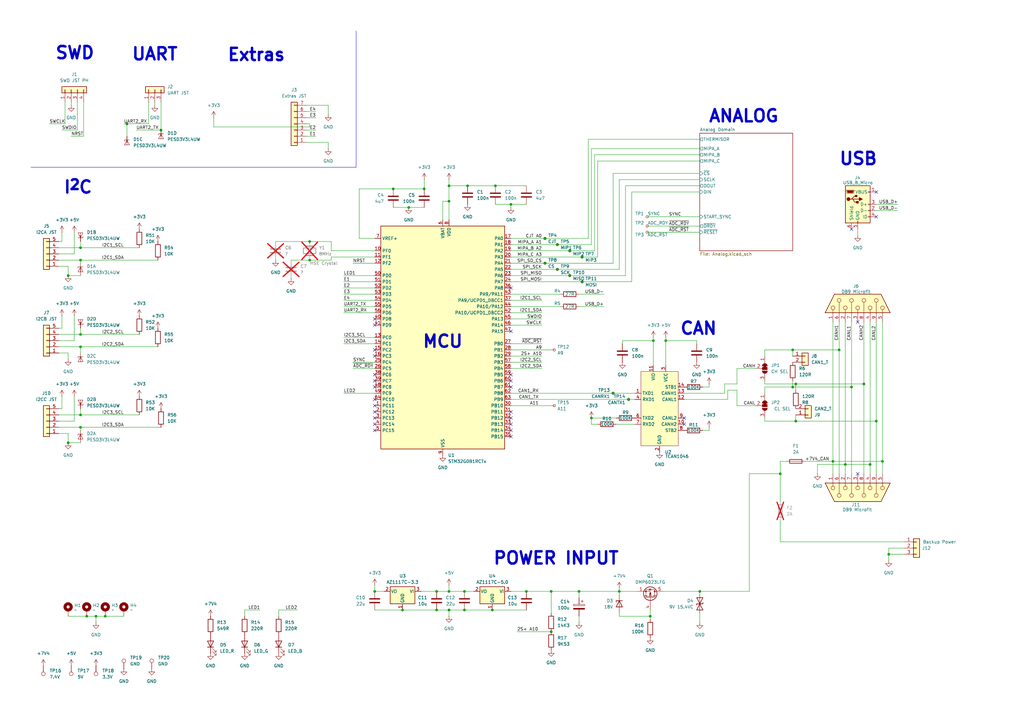
<source format=kicad_sch>
(kicad_sch (version 20250114) (generator "eeschema") (generator_version "9.0")
  (paper "A3")
  (title_block (title "ADC ECU Board") (date "2025-05-14") (rev "A") (company "Hybrid Test Stand") (comment 1 "Drawn: Brad Redpath") (comment 2 "Checked:"))
  (text "ANALOG" (at 305.054 47.752 0) (effects (font (size 5 5) (thickness 1) (bold yes))))
  (text "SWD" (at 30.734 21.844 0) (effects (font (size 5 5) (thickness 1) (bold yes))))
  (text "POWER INPUT" (at 228.092 229.108 0) (effects (font (size 5 5) (thickness 1) (bold yes))))
  (text "UART" (at 63.5 22.352 0) (effects (font (size 5 5) (thickness 1) (bold yes))))
  (text "CAN" (at 286.512 134.874 0) (effects (font (size 5 5) (thickness 1) (bold yes))))
  (text "I^{2}C" (at 32.004 76.962 0) (effects (font (size 5 5) (thickness 1) (bold yes))))
  (text "Extras" (at 105.156 22.606 0) (effects (font (size 5 5) (thickness 1) (bold yes))))
  (text "USB" (at 352.044 65.278 0) (effects (font (size 5 5) (thickness 1) (bold yes))))
  (text "MCU" (at 181.61 140.208 0) (effects (font (size 5 5) (thickness 1) (bold yes))))
  (junction (at 190.5 242.57))
  (junction (at 184.15 250.19))
  (junction (at 179.07 242.57))
  (junction (at 209.55 83.82))
  (junction (at 346.71 190.5))
  (junction (at 267.97 139.7))
  (junction (at 33.02 101.6))
  (junction (at 33.02 106.68))
  (junction (at 349.25 158.75))
  (junction (at 173.99 77.47))
  (junction (at 242.57 171.45))
  (junction (at 257.81 163.83))
  (junction (at 237.49 242.57))
  (junction (at 223.52 97.79))
  (junction (at 127 106.68))
  (junction (at 344.17 143.51))
  (junction (at 287.02 242.57))
  (junction (at 356.87 190.5))
  (junction (at 27.94 181.61))
  (junction (at 228.6 110.49))
  (junction (at 233.68 113.03))
  (junction (at 320.04 194.31))
  (junction (at 364.49 227.33))
  (junction (at 161.29 77.47))
  (junction (at 238.76 115.57))
  (junction (at 251.46 161.29))
  (junction (at 341.63 189.23))
  (junction (at 39.37 252.73))
  (junction (at 165.1 250.19))
  (junction (at 238.76 105.41))
  (junction (at 27.94 113.03))
  (junction (at 325.12 143.51))
  (junction (at 184.15 82.55))
  (junction (at 191.77 76.2))
  (junction (at 273.05 139.7))
  (junction (at 226.06 242.57))
  (junction (at 33.02 175.26))
  (junction (at 33.02 142.24))
  (junction (at 359.41 172.72))
  (junction (at 223.52 107.95))
  (junction (at 184.15 242.57))
  (junction (at 35.56 252.73))
  (junction (at 127 99.06))
  (junction (at 43.18 252.73))
  (junction (at 354.33 157.48))
  (junction (at 52.07 50.8))
  (junction (at 203.2 76.2))
  (junction (at 233.68 102.87))
  (junction (at 215.9 242.57))
  (junction (at 254 242.57))
  (junction (at 325.12 158.75))
  (junction (at 266.7 252.73))
  (junction (at 179.07 250.19))
  (junction (at 33.02 137.16))
  (junction (at 167.64 85.09))
  (junction (at 226.06 259.08))
  (junction (at 153.67 242.57))
  (junction (at 326.39 172.72))
  (junction (at 361.95 189.23))
  (junction (at 66.04 53.34))
  (junction (at 228.6 100.33))
  (junction (at 201.93 250.19))
  (junction (at 184.15 76.2))
  (junction (at 33.02 170.18))
  (junction (at 326.39 157.48))
  (junction (at 190.5 250.19))
  (no_connect (at 280.67 171.45))
  (no_connect (at 153.67 156.21))
  (no_connect (at 153.67 166.37))
  (no_connect (at 209.55 153.67))
  (no_connect (at 209.55 158.75))
  (no_connect (at 209.55 168.91))
  (no_connect (at 153.67 163.83))
  (no_connect (at 153.67 171.45))
  (no_connect (at 153.67 130.81))
  (no_connect (at 209.55 156.21))
  (no_connect (at 209.55 171.45))
  (no_connect (at 153.67 146.05))
  (no_connect (at 153.67 168.91))
  (no_connect (at 280.67 173.99))
  (no_connect (at 209.55 173.99))
  (no_connect (at 359.41 88.9))
  (no_connect (at 153.67 133.35))
  (no_connect (at 209.55 118.11))
  (no_connect (at 153.67 173.99))
  (no_connect (at 153.67 153.67))
  (no_connect (at 209.55 176.53))
  (no_connect (at 153.67 143.51))
  (no_connect (at 349.25 93.98))
  (no_connect (at 351.79 194.31))
  (no_connect (at 209.55 179.07))
  (no_connect (at 153.67 158.75))
  (no_connect (at 209.55 135.89))
  (no_connect (at 153.67 176.53))
  (no_connect (at 351.79 132.08))
  (no_connect (at 359.41 78.74))
  (wire (pts (xy 346.71 132.08) (xy 346.71 190.5)))
  (wire (pts (xy 297.18 157.48) (xy 297.18 161.29)))
  (wire (pts (xy 209.55 107.95) (xy 223.52 107.95)))
  (wire (pts (xy 140.97 113.03) (xy 153.67 113.03)))
  (wire (pts (xy 325.12 158.75) (xy 349.25 158.75)))
  (wire (pts (xy 287.02 255.27) (xy 287.02 251.46)))
  (wire (pts (xy 313.69 157.48) (xy 326.39 157.48)))
  (wire (pts (xy 254 242.57) (xy 237.49 242.57)))
  (wire (pts (xy 237.49 120.65) (xy 247.65 120.65)))
  (wire (pts (xy 325.12 143.51) (xy 325.12 146.05)))
  (wire (pts (xy 125.73 48.26) (xy 129.54 48.26)))
  (wire (pts (xy 254 73.66) (xy 254 110.49)))
  (wire (pts (xy 341.63 189.23) (xy 341.63 194.31)))
  (wire (pts (xy 24.13 101.6) (xy 33.02 101.6)))
  (wire (pts (xy 87.63 48.26) (xy 87.63 52.07)))
  (wire (pts (xy 285.75 139.7) (xy 285.75 140.97)))
  (wire (pts (xy 212.09 259.08) (xy 226.06 259.08)))
  (polyline (pts (xy 12.7 68.58) (xy 146.05 68.58)))
  (wire (pts (xy 25.4 53.34) (xy 31.75 53.34)))
  (wire (pts (xy 209.55 166.37) (xy 227.33 166.37)))
  (wire (pts (xy 287.02 63.5) (xy 243.84 63.5)))
  (wire (pts (xy 209.55 146.05) (xy 222.25 146.05)))
  (wire (pts (xy 63.5 43.18) (xy 63.5 41.91)))
  (wire (pts (xy 346.71 190.5) (xy 335.28 190.5)))
  (wire (pts (xy 209.55 123.19) (xy 222.25 123.19)))
  (wire (pts (xy 223.52 97.79) (xy 241.3 97.79)))
  (wire (pts (xy 209.55 120.65) (xy 229.87 120.65)))
  (wire (pts (xy 364.49 224.79) (xy 364.49 227.33)))
  (wire (pts (xy 209.55 163.83) (xy 257.81 163.83)))
  (wire (pts (xy 242.57 173.99) (xy 245.11 173.99)))
  (wire (pts (xy 237.49 125.73) (xy 247.65 125.73)))
  (wire (pts (xy 144.78 151.13) (xy 153.67 151.13)))
  (wire (pts (xy 215.9 242.57) (xy 209.55 242.57)))
  (wire (pts (xy 30.48 95.25) (xy 30.48 104.14)))
  (wire (pts (xy 135.89 99.06) (xy 127 99.06)))
  (wire (pts (xy 184.15 73.66) (xy 184.15 76.2)))
  (wire (pts (xy 260.35 163.83) (xy 257.81 163.83)))
  (wire (pts (xy 87.63 52.07) (xy 127 52.07)))
  (wire (pts (xy 33.02 99.06) (xy 33.02 101.6)))
  (wire (pts (xy 242.57 171.45) (xy 242.57 173.99)))
  (wire (pts (xy 228.6 110.49) (xy 254 110.49)))
  (wire (pts (xy 287.02 66.04) (xy 245.11 66.04)))
  (wire (pts (xy 147.32 97.79) (xy 153.67 97.79)))
  (wire (pts (xy 39.37 252.73) (xy 39.37 255.27)))
  (wire (pts (xy 209.55 102.87) (xy 233.68 102.87)))
  (wire (pts (xy 29.21 43.18) (xy 29.21 41.91)))
  (wire (pts (xy 20.32 50.8) (xy 26.67 50.8)))
  (wire (pts (xy 320.04 189.23) (xy 320.04 194.31)))
  (wire (pts (xy 215.9 250.19) (xy 201.93 250.19)))
  (wire (pts (xy 265.43 92.71) (xy 287.02 92.71)))
  (wire (pts (xy 287.02 57.15) (xy 241.3 57.15)))
  (wire (pts (xy 290.83 176.53) (xy 290.83 175.26)))
  (wire (pts (xy 125.73 53.34) (xy 129.54 53.34)))
  (wire (pts (xy 237.49 255.27) (xy 237.49 252.73)))
  (wire (pts (xy 39.37 252.73) (xy 43.18 252.73)))
  (wire (pts (xy 267.97 138.43) (xy 267.97 139.7)))
  (wire (pts (xy 134.62 58.42) (xy 125.73 58.42)))
  (wire (pts (xy 313.69 146.05) (xy 313.69 143.51)))
  (wire (pts (xy 153.67 102.87) (xy 135.89 102.87)))
  (wire (pts (xy 30.48 129.54) (xy 30.48 139.7)))
  (wire (pts (xy 30.48 162.56) (xy 30.48 172.72)))
  (wire (pts (xy 24.13 167.64) (xy 25.4 167.64)))
  (wire (pts (xy 33.02 142.24) (xy 64.77 142.24)))
  (wire (pts (xy 238.76 105.41) (xy 245.11 105.41)))
  (wire (pts (xy 209.55 125.73) (xy 229.87 125.73)))
  (wire (pts (xy 140.97 120.65) (xy 153.67 120.65)))
  (wire (pts (xy 24.13 134.62) (xy 25.4 134.62)))
  (wire (pts (xy 33.02 134.62) (xy 33.02 137.16)))
  (wire (pts (xy 344.17 132.08) (xy 344.17 143.51)))
  (wire (pts (xy 184.15 240.03) (xy 184.15 242.57)))
  (wire (pts (xy 233.68 102.87) (xy 243.84 102.87)))
  (polyline (pts (xy 146.05 12.7) (xy 146.05 68.58)))
  (wire (pts (xy 245.11 66.04) (xy 245.11 105.41)))
  (wire (pts (xy 254 243.84) (xy 254 242.57)))
  (wire (pts (xy 134.62 46.99) (xy 134.62 43.18)))
  (wire (pts (xy 359.41 86.36) (xy 368.3 86.36)))
  (wire (pts (xy 29.21 55.88) (xy 34.29 55.88)))
  (wire (pts (xy 252.73 171.45) (xy 242.57 171.45)))
  (wire (pts (xy 27.94 109.22) (xy 27.94 113.03)))
  (wire (pts (xy 50.8 50.8) (xy 52.07 50.8)))
  (wire (pts (xy 254 251.46) (xy 254 252.73)))
  (wire (pts (xy 209.55 100.33) (xy 228.6 100.33)))
  (wire (pts (xy 364.49 227.33) (xy 370.84 227.33)))
  (wire (pts (xy 238.76 115.57) (xy 259.08 115.57)))
  (wire (pts (xy 184.15 250.19) (xy 179.07 250.19)))
  (wire (pts (xy 298.45 160.02) (xy 302.26 160.02)))
  (wire (pts (xy 184.15 76.2) (xy 184.15 82.55)))
  (wire (pts (xy 356.87 132.08) (xy 356.87 190.5)))
  (wire (pts (xy 335.28 190.5) (xy 335.28 194.31)))
  (wire (pts (xy 320.04 222.25) (xy 370.84 222.25)))
  (wire (pts (xy 273.05 138.43) (xy 273.05 139.7)))
  (wire (pts (xy 307.34 194.31) (xy 320.04 194.31)))
  (wire (pts (xy 287.02 242.57) (xy 271.78 242.57)))
  (wire (pts (xy 161.29 77.47) (xy 147.32 77.47)))
  (wire (pts (xy 35.56 252.73) (xy 39.37 252.73)))
  (wire (pts (xy 215.9 242.57) (xy 226.06 242.57)))
  (wire (pts (xy 25.4 95.25) (xy 25.4 99.06)))
  (wire (pts (xy 209.55 115.57) (xy 238.76 115.57)))
  (wire (pts (xy 167.64 85.09) (xy 161.29 85.09)))
  (wire (pts (xy 242.57 60.96) (xy 242.57 100.33)))
  (wire (pts (xy 140.97 128.27) (xy 153.67 128.27)))
  (wire (pts (xy 287.02 71.12) (xy 251.46 71.12)))
  (wire (pts (xy 209.55 130.81) (xy 222.25 130.81)))
  (wire (pts (xy 326.39 172.72) (xy 359.41 172.72)))
  (wire (pts (xy 313.69 171.45) (xy 313.69 172.72)))
  (wire (pts (xy 173.99 77.47) (xy 161.29 77.47)))
  (wire (pts (xy 302.26 166.37) (xy 309.88 166.37)))
  (wire (pts (xy 307.34 242.57) (xy 287.02 242.57)))
  (wire (pts (xy 27.94 252.73) (xy 35.56 252.73)))
  (wire (pts (xy 127 50.8) (xy 125.73 50.8)))
  (wire (pts (xy 30.48 172.72) (xy 24.13 172.72)))
  (wire (pts (xy 24.13 177.8) (xy 27.94 177.8)))
  (wire (pts (xy 179.07 242.57) (xy 184.15 242.57)))
  (wire (pts (xy 209.55 83.82) (xy 209.55 85.09)))
  (wire (pts (xy 354.33 132.08) (xy 354.33 157.48)))
  (wire (pts (xy 326.39 157.48) (xy 354.33 157.48)))
  (wire (pts (xy 25.4 162.56) (xy 25.4 167.64)))
  (wire (pts (xy 60.96 41.91) (xy 60.96 50.8)))
  (wire (pts (xy 181.61 90.17) (xy 181.61 82.55)))
  (wire (pts (xy 255.27 139.7) (xy 267.97 139.7)))
  (wire (pts (xy 134.62 43.18) (xy 125.73 43.18)))
  (wire (pts (xy 140.97 115.57) (xy 153.67 115.57)))
  (wire (pts (xy 52.07 50.8) (xy 52.07 55.88)))
  (wire (pts (xy 114.3 252.73) (xy 114.3 250.19)))
  (wire (pts (xy 24.13 137.16) (xy 33.02 137.16)))
  (wire (pts (xy 24.13 175.26) (xy 33.02 175.26)))
  (wire (pts (xy 223.52 107.95) (xy 251.46 107.95)))
  (wire (pts (xy 33.02 106.68) (xy 33.02 107.95)))
  (wire (pts (xy 313.69 158.75) (xy 325.12 158.75)))
  (wire (pts (xy 25.4 129.54) (xy 25.4 134.62)))
  (wire (pts (xy 203.2 83.82) (xy 209.55 83.82)))
  (wire (pts (xy 254 241.3) (xy 254 242.57)))
  (wire (pts (xy 33.02 167.64) (xy 33.02 170.18)))
  (wire (pts (xy 260.35 161.29) (xy 251.46 161.29)))
  (wire (pts (xy 354.33 157.48) (xy 354.33 194.31)))
  (wire (pts (xy 320.04 189.23) (xy 322.58 189.23)))
  (wire (pts (xy 290.83 157.48) (xy 290.83 158.75)))
  (wire (pts (xy 184.15 242.57) (xy 190.5 242.57)))
  (wire (pts (xy 27.94 177.8) (xy 27.94 181.61)))
  (wire (pts (xy 125.73 45.72) (xy 129.54 45.72)))
  (wire (pts (xy 194.31 242.57) (xy 190.5 242.57)))
  (wire (pts (xy 359.41 172.72) (xy 359.41 194.31)))
  (wire (pts (xy 298.45 160.02) (xy 298.45 163.83)))
  (wire (pts (xy 259.08 78.74) (xy 259.08 115.57)))
  (wire (pts (xy 184.15 252.73) (xy 184.15 250.19)))
  (wire (pts (xy 119.38 106.68) (xy 127 106.68)))
  (wire (pts (xy 181.61 82.55) (xy 184.15 82.55)))
  (wire (pts (xy 24.13 170.18) (xy 33.02 170.18)))
  (wire (pts (xy 320.04 194.31) (xy 320.04 205.74)))
  (wire (pts (xy 100.33 252.73) (xy 100.33 250.19)))
  (wire (pts (xy 30.48 139.7) (xy 24.13 139.7)))
  (wire (pts (xy 157.48 242.57) (xy 153.67 242.57)))
  (wire (pts (xy 147.32 77.47) (xy 147.32 97.79)))
  (wire (pts (xy 24.13 142.24) (xy 33.02 142.24)))
  (wire (pts (xy 24.13 106.68) (xy 33.02 106.68)))
  (wire (pts (xy 361.95 132.08) (xy 361.95 189.23)))
  (wire (pts (xy 209.55 83.82) (xy 215.9 83.82)))
  (wire (pts (xy 226.06 242.57) (xy 237.49 242.57)))
  (wire (pts (xy 27.94 113.03) (xy 33.02 113.03)))
  (wire (pts (xy 273.05 139.7) (xy 273.05 149.86)))
  (wire (pts (xy 209.55 113.03) (xy 233.68 113.03)))
  (wire (pts (xy 255.27 140.97) (xy 255.27 139.7)))
  (wire (pts (xy 302.26 160.02) (xy 302.26 166.37)))
  (wire (pts (xy 287.02 76.2) (xy 256.54 76.2)))
  (wire (pts (xy 349.25 158.75) (xy 349.25 194.31)))
  (wire (pts (xy 24.13 99.06) (xy 25.4 99.06)))
  (wire (pts (xy 209.55 105.41) (xy 238.76 105.41)))
  (wire (pts (xy 341.63 189.23) (xy 361.95 189.23)))
  (wire (pts (xy 237.49 242.57) (xy 237.49 245.11)))
  (wire (pts (xy 209.55 161.29) (xy 251.46 161.29)))
  (wire (pts (xy 33.02 101.6) (xy 57.15 101.6)))
  (wire (pts (xy 346.71 190.5) (xy 346.71 194.31)))
  (wire (pts (xy 287.02 78.74) (xy 259.08 78.74)))
  (wire (pts (xy 55.88 53.34) (xy 66.04 53.34)))
  (wire (pts (xy 209.55 143.51) (xy 227.33 143.51)))
  (wire (pts (xy 153.67 240.03) (xy 153.67 242.57)))
  (wire (pts (xy 349.25 132.08) (xy 349.25 158.75)))
  (wire (pts (xy 140.97 125.73) (xy 153.67 125.73)))
  (wire (pts (xy 173.99 73.66) (xy 173.99 77.47)))
  (wire (pts (xy 209.55 110.49) (xy 228.6 110.49)))
  (wire (pts (xy 140.97 138.43) (xy 153.67 138.43)))
  (wire (pts (xy 297.18 157.48) (xy 302.26 157.48)))
  (wire (pts (xy 209.55 97.79) (xy 223.52 97.79)))
  (wire (pts (xy 33.02 142.24) (xy 33.02 144.78)))
  (wire (pts (xy 100.33 250.19) (xy 106.68 250.19)))
  (wire (pts (xy 266.7 252.73) (xy 266.7 254)))
  (wire (pts (xy 251.46 71.12) (xy 251.46 107.95)))
  (wire (pts (xy 125.73 55.88) (xy 129.54 55.88)))
  (wire (pts (xy 165.1 250.19) (xy 153.67 250.19)))
  (wire (pts (xy 287.02 60.96) (xy 242.57 60.96)))
  (wire (pts (xy 351.79 96.52) (xy 351.79 93.98)))
  (wire (pts (xy 144.78 107.95) (xy 153.67 107.95)))
  (wire (pts (xy 201.93 250.19) (xy 190.5 250.19)))
  (wire (pts (xy 209.55 151.13) (xy 222.25 151.13)))
  (wire (pts (xy 344.17 143.51) (xy 344.17 194.31)))
  (wire (pts (xy 27.94 144.78) (xy 27.94 147.32)))
  (wire (pts (xy 359.41 83.82) (xy 368.3 83.82)))
  (wire (pts (xy 330.2 189.23) (xy 341.63 189.23)))
  (wire (pts (xy 184.15 82.55) (xy 184.15 90.17)))
  (wire (pts (xy 288.29 176.53) (xy 290.83 176.53)))
  (wire (pts (xy 135.89 102.87) (xy 135.89 99.06)))
  (wire (pts (xy 346.71 190.5) (xy 356.87 190.5)))
  (wire (pts (xy 325.12 143.51) (xy 344.17 143.51)))
  (wire (pts (xy 33.02 175.26) (xy 33.02 176.53)))
  (wire (pts (xy 135.89 106.68) (xy 135.89 105.41)))
  (wire (pts (xy 24.13 144.78) (xy 27.94 144.78)))
  (wire (pts (xy 24.13 109.22) (xy 27.94 109.22)))
  (wire (pts (xy 326.39 170.18) (xy 326.39 172.72)))
  (wire (pts (xy 209.55 128.27) (xy 222.25 128.27)))
  (wire (pts (xy 140.97 140.97) (xy 153.67 140.97)))
  (wire (pts (xy 307.34 194.31) (xy 307.34 242.57)))
  (wire (pts (xy 66.04 41.91) (xy 66.04 53.34)))
  (wire (pts (xy 341.63 132.08) (xy 341.63 189.23)))
  (wire (pts (xy 144.78 148.59) (xy 153.67 148.59)))
  (wire (pts (xy 179.07 242.57) (xy 172.72 242.57)))
  (wire (pts (xy 273.05 139.7) (xy 285.75 139.7)))
  (wire (pts (xy 241.3 57.15) (xy 241.3 97.79)))
  (wire (pts (xy 134.62 60.96) (xy 134.62 58.42)))
  (wire (pts (xy 127 106.68) (xy 135.89 106.68)))
  (wire (pts (xy 287.02 243.84) (xy 287.02 242.57)))
  (wire (pts (xy 209.55 140.97) (xy 222.25 140.97)))
  (wire (pts (xy 359.41 132.08) (xy 359.41 172.72)))
  (wire (pts (xy 140.97 123.19) (xy 153.67 123.19)))
  (wire (pts (xy 33.02 175.26) (xy 66.04 175.26)))
  (wire (pts (xy 228.6 100.33) (xy 242.57 100.33)))
  (wire (pts (xy 326.39 157.48) (xy 326.39 160.02)))
  (wire (pts (xy 320.04 213.36) (xy 320.04 222.25)))
  (wire (pts (xy 267.97 139.7) (xy 267.97 149.86)))
  (wire (pts (xy 114.3 250.19) (xy 121.92 250.19)))
  (wire (pts (xy 226.06 242.57) (xy 226.06 251.46)))
  (wire (pts (xy 302.26 157.48) (xy 302.26 151.13)))
  (wire (pts (xy 179.07 250.19) (xy 165.1 250.19)))
  (wire (pts (xy 190.5 250.19) (xy 184.15 250.19)))
  (wire (pts (xy 140.97 161.29) (xy 153.67 161.29)))
  (wire (pts (xy 243.84 63.5) (xy 243.84 102.87)))
  (wire (pts (xy 265.43 95.25) (xy 287.02 95.25)))
  (wire (pts (xy 43.18 252.73) (xy 50.8 252.73)))
  (wire (pts (xy 203.2 76.2) (xy 215.9 76.2)))
  (wire (pts (xy 33.02 170.18) (xy 57.15 170.18)))
  (wire (pts (xy 33.02 137.16) (xy 57.15 137.16)))
  (wire (pts (xy 209.55 133.35) (xy 222.25 133.35)))
  (wire (pts (xy 370.84 224.79) (xy 364.49 224.79)))
  (wire (pts (xy 287.02 73.66) (xy 254 73.66)))
  (wire (pts (xy 30.48 104.14) (xy 24.13 104.14)))
  (wire (pts (xy 256.54 76.2) (xy 256.54 113.03)))
  (wire (pts (xy 361.95 189.23) (xy 361.95 194.31)))
  (wire (pts (xy 254 252.73) (xy 266.7 252.73)))
  (wire (pts (xy 298.45 163.83) (xy 280.67 163.83)))
  (wire (pts (xy 233.68 113.03) (xy 256.54 113.03)))
  (wire (pts (xy 313.69 156.21) (xy 313.69 157.48)))
  (wire (pts (xy 265.43 88.9) (xy 287.02 88.9)))
  (wire (pts (xy 191.77 76.2) (xy 203.2 76.2)))
  (wire (pts (xy 302.26 151.13) (xy 309.88 151.13)))
  (wire (pts (xy 184.15 76.2) (xy 191.77 76.2)))
  (wire (pts (xy 364.49 227.33) (xy 364.49 229.87)))
  (wire (pts (xy 297.18 161.29) (xy 280.67 161.29)))
  (wire (pts (xy 127 52.07) (xy 127 50.8)))
  (wire (pts (xy 173.99 85.09) (xy 167.64 85.09)))
  (wire (pts (xy 325.12 156.21) (xy 325.12 158.75)))
  (wire (pts (xy 313.69 161.29) (xy 313.69 158.75)))
  (wire (pts (xy 254 242.57) (xy 261.62 242.57)))
  (wire (pts (xy 113.03 99.06) (xy 127 99.06)))
  (wire (pts (xy 209.55 148.59) (xy 222.25 148.59)))
  (wire (pts (xy 52.07 50.8) (xy 60.96 50.8)))
  (wire (pts (xy 288.29 158.75) (xy 290.83 158.75)))
  (wire (pts (xy 33.02 106.68) (xy 64.77 106.68)))
  (wire (pts (xy 135.89 105.41) (xy 153.67 105.41)))
  (wire (pts (xy 31.75 41.91) (xy 31.75 53.34)))
  (wire (pts (xy 313.69 172.72) (xy 326.39 172.72)))
  (wire (pts (xy 266.7 250.19) (xy 266.7 252.73)))
  (wire (pts (xy 27.94 181.61) (xy 33.02 181.61)))
  (wire (pts (xy 252.73 173.99) (xy 260.35 173.99)))
  (wire (pts (xy 140.97 118.11) (xy 153.67 118.11)))
  (wire (pts (xy 313.69 143.51) (xy 325.12 143.51)))
  (wire (pts (xy 356.87 190.5) (xy 356.87 194.31)))
  (wire (pts (xy 34.29 55.88) (xy 34.29 41.91)))
  (wire (pts (xy 26.67 41.91) (xy 26.67 50.8)))
  (label "E4" (at 140.97 123.19 0))
  (label "SYNC" (at 274.32 88.9 0))
  (label "E2" (at 140.97 118.11 0))
  (label "MIPA_C A3" (at 222.25 105.41 180))
  (label "SPI_SD_CS" (at 222.25 107.95 180))
  (label "MIPA_A A1" (at 222.25 100.33 180))
  (label "SWDIO" (at 222.25 130.81 180))
  (label "E1" (at 140.97 115.57 0))
  (label "CAN1_TX" (at 220.98 163.83 180))
  (label "CANH1" (at 344.17 139.7 90))
  (label "NRST" (at 144.78 107.95 0))
  (label "I2C3_SDA" (at 140.97 140.97 0))
  (label "~{ADC_RDY}" (at 274.32 92.71 0))
  (label "I2C3_SCL" (at 140.97 138.43 0))
  (label "I2C1_SCL" (at 222.25 123.19 180))
  (label "CANL2" (at 359.41 139.7 90))
  (label "UART2_TX" (at 140.97 125.73 0))
  (label "CJT A0" (at 222.25 97.79 180))
  (label "~{ADC_RDY}" (at 144.78 151.13 0))
  (label "A9" (at 222.25 143.51 180))
  (label "LED1" (at 106.68 250.19 180))
  (label "UART2_RX" (at 140.97 128.27 0))
  (label "NRST" (at 29.21 55.88 0))
  (label "I2C2_SCL" (at 222.25 148.59 180))
  (label "I2C1_SDA" (at 50.8 106.68 180))
  (label "~{ADC_RST}" (at 274.32 95.25 0))
  (label "E1" (at 129.54 55.88 180))
  (label "LED1" (at 140.97 113.03 0))
  (label "SWDIO" (at 25.4 53.34 0))
  (label "SYNC" (at 144.78 148.59 0))
  (label "UART2_TX" (at 55.88 53.34 0))
  (label "LED2" (at 121.92 250.19 180))
  (label "E4" (at 129.54 45.72 180))
  (label "I2C2_SDA" (at 222.25 151.13 180))
  (label "I2C1_SDA" (at 222.25 128.27 180))
  (label "UART2_RX" (at 50.8 50.8 0))
  (label "I2C3_SCL" (at 50.8 170.18 180))
  (label "I2C3_SDA" (at 50.8 175.26 180))
  (label "CANL1" (at 349.25 139.7 90))
  (label "~{ADC_RST}" (at 222.25 140.97 180))
  (label "I2C2_SCL" (at 50.8 137.16 180))
  (label "CANH" (at 309.88 151.13 180))
  (label "SPI_SCK" (at 222.25 110.49 180))
  (label "SWCLK" (at 222.25 133.35 180))
  (label "E2" (at 129.54 53.34 180))
  (label "USB_D-" (at 368.3 86.36 180))
  (label "USB_D-" (at 247.65 120.65 180))
  (label "LED2" (at 140.97 161.29 0))
  (label "E3" (at 129.54 48.26 180))
  (label "I2C2_SDA" (at 50.8 142.24 180))
  (label "A11" (at 220.98 166.37 180))
  (label "2S+ A10" (at 222.25 146.05 180))
  (label "CANH2" (at 354.33 139.7 90))
  (label "SPI_MOSI" (at 222.25 115.57 180))
  (label "+7V4_CAN" (at 330.2 189.23 0))
  (label "MIPA_B A2" (at 222.25 102.87 180))
  (label "CAN1_RX" (at 220.98 161.29 180))
  (label "2S+ A10" (at 212.09 259.08 0))
  (label "SWCLK" (at 20.32 50.8 0))
  (label "USB_D+" (at 368.3 83.82 180))
  (label "E3" (at 140.97 120.65 0))
  (label "USB_D+" (at 247.65 125.73 180))
  (label "SPI_MISO" (at 222.25 113.03 180))
  (label "CANL" (at 309.88 166.37 180))
  (label "I2C1_SCL" (at 50.8 101.6 180))
  (symbol (lib_id "Device:R") (at 284.48 158.75 90) (unit 1)
    (property "Reference" "R7" (at 284.48 156.464 90))
    (property "Value" "100K" (at 284.48 158.75 90))
    (property "Footprint" "Resistor_SMD:R_0603_1608Metric" (effects (hide yes)))
    (property "Description" "Resistor" (effects (hide yes)))
  )
  (symbol (lib_name "Crystal_1") (lib_id "Device:Crystal") (at 127 102.87 270) (unit 1) (in_bom no) (dnp yes)
    (property "Reference" "Y1" (at 130.81 101.5999 90) (effects (justify left)))
    (property "Value" "8MHz" (at 130.81 104.1399 90) (effects (justify left)))
    (property "Footprint" "Crystal:Crystal_SMD_Abracon_ABM8G-4Pin_3.2x2.5mm" (effects (hide yes)))
    (property "Description" "HSE Crystal" (at 132.842 107.95 90))
  )
  (symbol (lib_id "Connector_Generic:Conn_01x03") (at 63.5 36.83 90) (unit 1)
    (property "Reference" "J2" (at 68.58 35.5599 90) (effects (justify right)))
    (property "Value" "UART JST" (at 68.58 38.0999 90) (effects (justify right)))
    (property "Footprint" "Connector_JST:JST_PH_B3B-PH-K_1x03_P2.00mm_Vertical" (effects (hide yes)))
    (property "Datasheet" "https://www.jst-mfg.com/product/pdf/eng/ePH.pdf" (effects (hide yes)))
    (property "Description" "Generic connector, single row, 01x03, script generated (kicad-library-utils/schlib/autogen/connector/)" (effects (hide yes)))
    (property "MPN" "B3B-PH-K-S" (effects (hide yes)))
  )
  (symbol (lib_id "Device:R") (at 256.54 171.45 90) (unit 1)
    (property "Reference" "R9" (at 256.54 169.164 90))
    (property "Value" "100K" (at 256.54 171.45 90))
    (property "Footprint" "Resistor_SMD:R_0603_1608Metric" (effects (hide yes)))
    (property "Description" "Resistor" (effects (hide yes)))
  )
  (symbol (lib_id "Device:LED") (at 114.3 264.16 90) (unit 1)
    (property "Reference" "D7" (at 118.11 264.4774 90) (effects (justify right)))
    (property "Value" "LED_B" (at 118.11 267.0174 90) (effects (justify right)))
    (property "Footprint" "LED_SMD:LED_1206_3216Metric" (effects (hide yes)))
    (property "Datasheet" "https://optoelectronics.liteon.com/upload/download/DS22-2000-026/LTST-C150TBKT(0630).pdf" (effects (hide yes)))
    (property "Description" "Light emitting diode" (effects (hide yes)))
    (property "MPN" "LTST-C150TBKT" (effects (hide yes)))
  )
  (symbol (lib_id "Mechanical:MountingHole_Pad") (at 50.8 250.19 0) (unit 1) (exclude_from_sim yes) (in_bom no)
    (property "Reference" "H4" (at 53.34 248.2849 0) (effects (justify left)))
    (property "Value" "~" (at 53.34 250.19 0) (effects (justify left)))
    (property "Footprint" "MountingHole:MountingHole_3.2mm_M3_DIN965_Pad_TopOnly" (effects (hide yes)))
    (property "Description" "Mounting Hole with connection" (effects (hide yes)))
  )
  (symbol (lib_id "Transistor_FET:DMP3013SFV") (at 266.7 245.11 270) (mirror x) (unit 1)
    (property "Reference" "Q1" (at 266.7 236.22 90))
    (property "Value" "DMP6023LFG" (at 266.7 238.76 90))
    (property "Footprint" "Package_SON:Diodes_PowerDI3333-8" (effects (hide yes)))
    (property "Datasheet" "https://www.diodes.com/assets/Datasheets/DMP6023LFG.pdf" (effects (hide yes)))
    (property "Description" "-7.7A Id, -60V Vds, P-Channel Power MOSFET, 25mOhm Ron, PowerDI3333-8" (effects (hide yes)))
    (property "MPN" "DMP6023LFG-7" (effects (hide yes)))
  )
  (symbol (lib_id "Device:R") (at 284.48 176.53 90) (unit 1)
    (property "Reference" "R11" (at 284.48 174.244 90))
    (property "Value" "100K" (at 284.48 176.53 90))
    (property "Footprint" "Resistor_SMD:R_0603_1608Metric" (effects (hide yes)))
    (property "Description" "Resistor" (effects (hide yes)))
  )
  (symbol (lib_id "Power_Protection:PESD3V3L4UW") (at 33.02 96.52 90) (unit 2)
    (property "Reference" "D1" (at 35.56 95.2499 90) (effects (justify right)))
    (property "Value" "PESD3V3L4UW" (at 35.56 97.7899 90) (effects (justify right)))
    (property "Footprint" "Package_TO_SOT_SMD:SOT-665" (effects (hide yes)))
    (property "Datasheet" "https://assets.nexperia.com/documents/data-sheet/PESDXL4UF_G_W.pdf" (effects (hide yes)))
    (property "Description" "Low capacitance unidirectional quadruple ESD protection diode array, 3.3V, Common Anode, SOT-665" (effects (hide yes)))
  )
  (symbol (lib_id "Jumper:SolderJumper_3_Bridged12") (at 313.69 151.13 270) (unit 1) (in_bom no)
    (property "Reference" "JP1" (at 316.23 149.8599 90) (effects (justify left)))
    (property "Value" "CH SEL" (at 316.23 152.3999 90) (effects (justify left)))
    (property "Footprint" "Jumper:SolderJumper-3_P1.3mm_Bridged12_RoundedPad1.0x1.5mm" (effects (hide yes)))
    (property "Description" "3-pole Solder Jumper, pins 1+2 closed/bridged" (effects (hide yes)))
  )
  (symbol (lib_id "Device:R") (at 57.15 133.35 0) (unit 1)
    (property "Reference" "R52" (at 59.69 132.0799 0) (effects (justify left)))
    (property "Value" "10K" (at 59.69 134.6199 0) (effects (justify left)))
    (property "Footprint" "Resistor_SMD:R_0603_1608Metric" (effects (hide yes)))
    (property "Description" "Resistor" (effects (hide yes)))
  )
  (symbol (lib_id "Device:C") (at 161.29 81.28 0) (mirror y) (unit 1)
    (property "Reference" "C4" (at 157.48 80.0099 0) (effects (justify left)))
    (property "Value" "4u7" (at 157.48 82.5499 0) (effects (justify left)))
    (property "Footprint" "Capacitor_SMD:C_0603_1608Metric" (effects (hide yes)))
    (property "Description" "Unpolarized capacitor" (effects (hide yes)))
  )
  (symbol (lib_id "power:+3V3") (at 184.15 73.66 0) (unit 1)
    (property "Reference" "#PWR09" (effects (hide yes)))
    (property "Value" "+3V3" (at 184.15 68.58 0))
    (property "Description" "Power symbol creates a global label with name \"+3V3\"" (effects (hide yes)))
  )
  (symbol (lib_id "Connector:TestPoint") (at 17.78 273.05 180) (unit 1)
    (property "Reference" "TP16" (at 20.32 275.0819 0) (effects (justify right)))
    (property "Value" "7.4V" (at 20.32 277.6219 0) (effects (justify right)))
    (property "Footprint" "TestPoint:TestPoint_Pad_D1.0mm" (effects (hide yes)))
    (property "Description" "test point" (effects (hide yes)))
  )
  (symbol (lib_id "Regulator_Linear:AZ1117-5.0") (at 201.93 242.57 0) (mirror y) (unit 1)
    (property "Reference" "U4" (at 201.93 236.22 0))
    (property "Value" "AZ1117C-5.0" (at 201.93 238.76 0))
    (property "Footprint" "Package_TO_SOT_SMD:SOT-223-3_TabPin2" (effects (hide yes)))
    (property "Datasheet" "https://www.diodes.com/assets/Datasheets/AZ1117C.pdf" (effects (hide yes)))
    (property "Description" "1A 20V Fixed LDO Linear Regulator, 5.0V, SOT-89/SOT-223/TO-220/TO-252/TO-263" (effects (hide yes)))
    (property "MPN" "AZ1117CH-5.0TRG1" (effects (hide yes)))
  )
  (symbol (lib_id "power:GND") (at 335.28 194.31 0) (unit 1)
    (property "Reference" "#PWR034" (effects (hide yes)))
    (property "Value" "GND" (at 335.28 199.39 0))
    (property "Description" "Power symbol creates a global label with name \"GND\" , ground" (effects (hide yes)))
  )
  (symbol (lib_id "Power_Protection:PESD3V3L4UW") (at 52.07 58.42 270) (unit 3)
    (property "Reference" "D1" (at 54.61 57.1499 90) (effects (justify left)))
    (property "Value" "PESD3V3L4UW" (at 54.61 59.6899 90) (effects (justify left)))
    (property "Footprint" "Package_TO_SOT_SMD:SOT-665" (effects (hide yes)))
    (property "Datasheet" "https://assets.nexperia.com/documents/data-sheet/PESDXL4UF_G_W.pdf" (effects (hide yes)))
    (property "Description" "Low capacitance unidirectional quadruple ESD protection diode array, 3.3V, Common Anode, SOT-665" (effects (hide yes)))
  )
  (symbol (lib_id "power:GND") (at 134.62 60.96 0) (unit 1)
    (property "Reference" "#PWR07" (effects (hide yes)))
    (property "Value" "GND" (at 134.62 66.04 0))
    (property "Description" "Power symbol creates a global label with name \"GND\" , ground" (effects (hide yes)))
  )
  (symbol (lib_id "Device:R") (at 64.77 102.87 0) (unit 1)
    (property "Reference" "R54" (at 67.31 101.5999 0) (effects (justify left)))
    (property "Value" "10K" (at 67.31 104.1399 0) (effects (justify left)))
    (property "Footprint" "Resistor_SMD:R_0603_1608Metric" (effects (hide yes)))
    (property "Description" "Resistor" (effects (hide yes)))
  )
  (symbol (lib_id "power:GND") (at 270.51 185.42 0) (unit 1)
    (property "Reference" "#PWR032" (effects (hide yes)))
    (property "Value" "GND" (at 270.51 190.5 0))
    (property "Description" "Power symbol creates a global label with name \"GND\" , ground" (effects (hide yes)))
  )
  (symbol (lib_id "Connector:DE9_Socket") (at 351.79 124.46 90) (unit 1)
    (property "Reference" "J6" (at 352.298 117.348 90) (effects (justify left)))
    (property "Value" "DB9 Microfit" (at 357.124 119.634 90) (effects (justify left)))
    (property "Footprint" "Connector_Dsub:DSUB-9_Pins_Horizontal_P2.77x2.84mm_EdgePinOffset7.70mm_Housed_MountingHolesOffset9.12mm" (effects (hide yes)))
    (property "Datasheet" "https://www.molex.com/en-us/products/part-detail/430451027?display=pdf" (effects (hide yes)))
    (property "Description" "Molex Microfit to DB9" (effects (hide yes)))
    (property "MPN" "0430451027" (effects (hide yes)))
  )
  (symbol (lib_id "power:+5V") (at 30.48 95.25 0) (unit 1)
    (property "Reference" "#PWR014" (effects (hide yes)))
    (property "Value" "+5V" (at 30.48 90.17 0))
    (property "Description" "Power symbol creates a global label with name \"+5V\"" (effects (hide yes)))
  )
  (symbol (lib_id "Connector:TestPoint_Small") (at 251.46 161.29 0) (mirror y) (unit 1)
    (property "Reference" "TP13" (at 250.19 160.0199 0) (effects (justify left)))
    (property "Value" "CANRX1" (at 250.19 162.5599 0) (effects (justify left)))
    (property "Footprint" "TestPoint:TestPoint_Pad_D1.0mm" (effects (hide yes)))
    (property "Description" "test point" (effects (hide yes)))
  )
  (symbol (lib_id "Power_Protection:PESD3V3L4UW") (at 33.02 165.1 90) (unit 2)
    (property "Reference" "D2" (at 35.56 163.8299 90) (effects (justify right)))
    (property "Value" "PESD3V3L4UW" (at 35.56 166.3699 90) (effects (justify right)))
    (property "Footprint" "Package_TO_SOT_SMD:SOT-665" (effects (hide yes)))
    (property "Datasheet" "https://assets.nexperia.com/documents/data-sheet/PESDXL4UF_G_W.pdf" (effects (hide yes)))
    (property "Description" "Low capacitance unidirectional quadruple ESD protection diode array, 3.3V, Common Anode, SOT-665" (effects (hide yes)))
  )
  (symbol (lib_id "power:GND") (at 63.5 43.18 0) (unit 1)
    (property "Reference" "#PWR05" (effects (hide yes)))
    (property "Value" "GND" (at 63.5 48.26 0))
    (property "Description" "Power symbol creates a global label with name \"GND\" , ground" (effects (hide yes)))
  )
  (symbol (lib_id "Connector:TestPoint_Small") (at 233.68 102.87 270) (mirror x) (unit 1)
    (property "Reference" "TP6" (at 234.95 101.5999 90) (effects (justify left)))
    (property "Value" "MIP2" (at 234.95 104.1399 90) (effects (justify left)))
    (property "Footprint" "TestPoint:TestPoint_Pad_D1.0mm" (effects (hide yes)))
    (property "Description" "test point" (effects (hide yes)))
  )
  (symbol (lib_id "power:+3V3") (at 57.15 162.56 0) (unit 1)
    (property "Reference" "#PWR068" (effects (hide yes)))
    (property "Value" "+3V3" (at 57.15 157.48 0))
    (property "Description" "Power symbol creates a global label with name \"+3V3\"" (effects (hide yes)))
  )
  (symbol (lib_id "power:GND") (at 266.7 261.62 0) (mirror y) (unit 1)
    (property "Reference" "#PWR044" (effects (hide yes)))
    (property "Value" "GND" (at 266.7 266.7 0))
    (property "Description" "Power symbol creates a global label with name \"GND\" , ground" (effects (hide yes)))
  )
  (symbol (lib_id "Connector:TestPoint_Small") (at 227.33 143.51 270) (mirror x) (unit 1)
    (property "Reference" "TP12" (at 228.6 142.2399 90) (effects (justify left)))
    (property "Value" "A9" (at 228.6 144.7799 90) (effects (justify left)))
    (property "Footprint" "TestPoint:TestPoint_Pad_D1.0mm" (effects (hide yes)))
    (property "Description" "test point" (effects (hide yes)))
  )
  (symbol (lib_id "power:+3V3") (at 25.4 95.25 0) (unit 1)
    (property "Reference" "#PWR013" (effects (hide yes)))
    (property "Value" "+3V3" (at 25.4 90.17 0))
    (property "Description" "Power symbol creates a global label with name \"+3V3\"" (effects (hide yes)))
  )
  (symbol (lib_id "Device:R") (at 266.7 257.81 0) (mirror y) (unit 1)
    (property "Reference" "R16" (at 264.16 256.5399 0) (effects (justify left)))
    (property "Value" "100K" (at 264.16 259.0799 0) (effects (justify left)))
    (property "Footprint" "Resistor_SMD:R_0603_1608Metric" (effects (hide yes)))
    (property "Description" "Resistor" (effects (hide yes)))
  )
  (symbol (lib_id "Connector:TestPoint_Small") (at 228.6 110.49 270) (mirror x) (unit 1)
    (property "Reference" "TP9" (at 229.87 109.2199 90) (effects (justify left)))
    (property "Value" "SCK" (at 229.87 111.7599 90) (effects (justify left)))
    (property "Footprint" "TestPoint:TestPoint_Pad_D1.0mm" (effects (hide yes)))
    (property "Description" "test point" (effects (hide yes)))
  )
  (symbol (lib_id "Regulator_Linear:AZ1117-3.3") (at 165.1 242.57 0) (mirror y) (unit 1)
    (property "Reference" "U3" (at 165.1 236.22 0))
    (property "Value" "AZ1117C-3.3" (at 165.1 238.76 0))
    (property "Footprint" "Package_TO_SOT_SMD:SOT-223-3_TabPin2" (effects (hide yes)))
    (property "Datasheet" "https://www.diodes.com/assets/Datasheets/AZ1117C.pdf" (effects (hide yes)))
    (property "Description" "1A 20V Fixed LDO Linear Regulator, 3.3V, SOT-89/SOT-223/TO-220/TO-252/TO-263" (effects (hide yes)))
    (property "MPN" "AZ1117CH-3.3TRG1" (effects (hide yes)))
  )
  (symbol (lib_id "Device:C_Polarized") (at 237.49 248.92 0) (mirror y) (unit 1)
    (property "Reference" "C14" (at 233.68 246.7609 0) (effects (justify left)))
    (property "Value" "100u" (at 233.68 249.3009 0) (effects (justify left)))
    (property "Footprint" "Capacitor_SMD:CP_Elec_8x10.5" (effects (hide yes)))
    (property "Datasheet" "https://search.kemet.com/download/datasheet/A768KS107M1HLAE030" (effects (hide yes)))
    (property "Description" "Polarized capacitor" (effects (hide yes)))
    (property "MPN" "A768KS107M1HLAE030" (effects (hide yes)))
  )
  (symbol (lib_id "Connector_Generic:Conn_01x07") (at 120.65 50.8 180) (unit 1)
    (property "Reference" "J3" (at 120.65 36.83 0))
    (property "Value" "Extras JST" (at 120.65 39.37 0))
    (property "Footprint" "Connector_JST:JST_PH_B7B-PH-K_1x07_P2.00mm_Vertical" (effects (hide yes)))
    (property "Datasheet" "https://www.jst-mfg.com/product/pdf/eng/ePH.pdf" (effects (hide yes)))
    (property "Description" "Generic connector, single row, 01x07, script generated (kicad-library-utils/schlib/autogen/connector/)" (effects (hide yes)))
    (property "MPN" "B7B-PH-K-S" (effects (hide yes)))
  )
  (symbol (lib_id "Device:LED") (at 100.33 264.16 90) (unit 1)
    (property "Reference" "D6" (at 104.14 264.4774 90) (effects (justify right)))
    (property "Value" "LED_G" (at 104.14 267.0174 90) (effects (justify right)))
    (property "Footprint" "LED_SMD:LED_1206_3216Metric" (effects (hide yes)))
    (property "Datasheet" "https://optoelectronics.liteon.com/upload/download/DS22-2000-072/LTST-C150KGKT.pdf" (effects (hide yes)))
    (property "Description" "Light emitting diode" (effects (hide yes)))
    (property "MPN" "LTST-C150KGKT" (effects (hide yes)))
  )
  (symbol (lib_id "Mechanical:MountingHole_Pad") (at 43.18 250.19 0) (unit 1) (exclude_from_sim yes) (in_bom no)
    (property "Reference" "H3" (at 45.72 248.2849 0) (effects (justify left)))
    (property "Value" "~" (at 45.72 250.19 0) (effects (justify left)))
    (property "Footprint" "MountingHole:MountingHole_3.2mm_M3_DIN965_Pad_TopOnly" (effects (hide yes)))
    (property "Description" "Mounting Hole with connection" (effects (hide yes)))
  )
  (symbol (lib_id "power:GND") (at 287.02 255.27 0) (mirror y) (unit 1)
    (property "Reference" "#PWR043" (effects (hide yes)))
    (property "Value" "GND" (at 287.02 260.35 0))
    (property "Description" "Power symbol creates a global label with name \"GND\" , ground" (effects (hide yes)))
  )
  (symbol (lib_id "power:+5V") (at 273.05 138.43 0) (unit 1)
    (property "Reference" "#PWR022" (effects (hide yes)))
    (property "Value" "+5V" (at 273.05 133.35 0))
    (property "Description" "Power symbol creates a global label with name \"+5V\"" (effects (hide yes)))
  )
  (symbol (lib_id "Power_Protection:PESD3V3L4UW") (at 33.02 132.08 90) (unit 4)
    (property "Reference" "D2" (at 35.56 130.8099 90) (effects (justify right)))
    (property "Value" "PESD3V3L4UW" (at 35.56 133.3499 90) (effects (justify right)))
    (property "Footprint" "Package_TO_SOT_SMD:SOT-665" (effects (hide yes)))
    (property "Datasheet" "https://assets.nexperia.com/documents/data-sheet/PESDXL4UF_G_W.pdf" (effects (hide yes)))
    (property "Description" "Low capacitance unidirectional quadruple ESD protection diode array, 3.3V, Common Anode, SOT-665" (effects (hide yes)))
  )
  (symbol (lib_id "Device:C") (at 255.27 144.78 0) (unit 1)
    (property "Reference" "C8" (at 259.08 143.5099 0) (effects (justify left)))
    (property "Value" "100n" (at 259.08 146.0499 0) (effects (justify left)))
    (property "Footprint" "Capacitor_SMD:C_0603_1608Metric" (effects (hide yes)))
    (property "Description" "Unpolarized capacitor" (effects (hide yes)))
  )
  (symbol (lib_id "power:+3V3") (at 57.15 93.98 0) (unit 1)
    (property "Reference" "#PWR076" (effects (hide yes)))
    (property "Value" "+3V3" (at 57.15 88.9 0))
    (property "Description" "Power symbol creates a global label with name \"+3V3\"" (effects (hide yes)))
  )
  (symbol (lib_id "Connector:TestPoint") (at 39.37 273.05 180) (unit 1)
    (property "Reference" "TP18" (at 41.91 275.0819 0) (effects (justify right)))
    (property "Value" "3.3V" (at 41.91 277.6219 0) (effects (justify right)))
    (property "Footprint" "TestPoint:TestPoint_Pad_D1.0mm" (effects (hide yes)))
    (property "Description" "test point" (effects (hide yes)))
  )
  (symbol (lib_id "Interface_CAN_LIN:TCAN1046AV-Q1") (at 270.51 167.64 0) (unit 1)
    (property "Reference" "U2" (at 272.6533 185.42 0) (effects (justify left)))
    (property "Value" "TCAN1046" (at 272.796 187.198 0) (effects (justify left)))
    (property "Footprint" "Custom:SOT23_DYY_TEX" (effects (hide yes)))
    (property "Datasheet" "https://www.ti.com/lit/ds/symlink/tcan1046av-q1.pdf" (effects (hide yes)))
    (property "Description" "2 channel CAN" (effects (hide yes)))
    (property "MPN" "TCAN1046AVDYYRQ1" (effects (hide yes)))
  )
  (symbol (lib_id "Connector_Generic:Conn_01x03") (at 375.92 224.79 0) (unit 1)
    (property "Reference" "J12" (at 379.984 224.79 0))
    (property "Value" "Backup Power" (at 385.318 222.25 0))
    (property "Footprint" "Connector_Molex:Molex_Micro-Fit_3.0_43650-0315_1x03_P3.00mm_Vertical" (effects (hide yes)))
    (property "Datasheet" "https://www.molex.com/pdm_docs/sd/436500315_sd.pdf" (effects (hide yes)))
    (property "Description" "Generic connector, single row, 01x03, script generated (kicad-library-utils/schlib/autogen/connector/)" (effects (hide yes)))
    (property "MPN" "436500315" (effects (hide yes)))
  )
  (symbol (lib_id "Connector:TestPoint_Small") (at 228.6 100.33 270) (mirror x) (unit 1)
    (property "Reference" "TP5" (at 229.87 99.0599 90) (effects (justify left)))
    (property "Value" "MIP1" (at 229.87 101.5999 90) (effects (justify left)))
    (property "Footprint" "TestPoint:TestPoint_Pad_D1.0mm" (effects (hide yes)))
    (property "Description" "test point" (effects (hide yes)))
  )
  (symbol (lib_id "Connector:TestPoint") (at 50.8 274.32 0) (unit 1)
    (property "Reference" "TP19" (at 53.34 269.7479 0) (effects (justify left)))
    (property "Value" "GND" (at 53.34 272.2879 0) (effects (justify left)))
    (property "Footprint" "TestPoint:TestPoint_Bridge_Pitch2.54mm_Drill1.3mm" (effects (hide yes)))
    (property "Description" "test point" (effects (hide yes)))
  )
  (symbol (lib_id "Device:Fuse") (at 320.04 209.55 180) (unit 1) (dnp yes)
    (property "Reference" "F2" (at 322.58 208.2799 0) (effects (justify right)))
    (property "Value" "2A" (at 322.58 210.8199 0) (effects (justify right)))
    (property "Footprint" "Fuse:Fuse_1206_3216Metric" (effects (hide yes)))
    (property "Description" "Fuse" (effects (hide yes)))
  )
  (symbol (lib_id "Connector:TestPoint_Small") (at 238.76 105.41 270) (mirror x) (unit 1)
    (property "Reference" "TP7" (at 240.03 104.1399 90) (effects (justify left)))
    (property "Value" "MIP3" (at 240.03 106.6799 90) (effects (justify left)))
    (property "Footprint" "TestPoint:TestPoint_Pad_D1.0mm" (effects (hide yes)))
    (property "Description" "test point" (effects (hide yes)))
  )
  (symbol (lib_id "power:+3V3") (at 290.83 175.26 0) (unit 1)
    (property "Reference" "#PWR030" (effects (hide yes)))
    (property "Value" "+3V3" (at 290.83 170.18 0))
    (property "Description" "Power symbol creates a global label with name \"+3V3\"" (effects (hide yes)))
  )
  (symbol (lib_id "power:GND") (at 134.62 46.99 0) (unit 1)
    (property "Reference" "#PWR06" (effects (hide yes)))
    (property "Value" "GND" (at 134.62 52.07 0))
    (property "Description" "Power symbol creates a global label with name \"GND\" , ground" (effects (hide yes)))
  )
  (symbol (lib_id "power:GND") (at 100.33 267.97 0) (unit 1)
    (property "Reference" "#PWR047" (effects (hide yes)))
    (property "Value" "GND" (at 100.33 273.05 0))
    (property "Description" "Power symbol creates a global label with name \"GND\" , ground" (effects (hide yes)))
  )
  (symbol (lib_id "power:GND") (at 114.3 267.97 0) (unit 1)
    (property "Reference" "#PWR048" (effects (hide yes)))
    (property "Value" "GND" (at 114.3 273.05 0))
    (property "Description" "Power symbol creates a global label with name \"GND\" , ground" (effects (hide yes)))
  )
  (symbol (lib_id "power:GND") (at 226.06 266.7 0) (unit 1)
    (property "Reference" "#PWR045" (effects (hide yes)))
    (property "Value" "GND" (at 226.06 271.78 0))
    (property "Description" "Power symbol creates a global label with name \"GND\" , ground" (effects (hide yes)))
  )
  (symbol (lib_id "power:+3V3") (at 290.83 157.48 0) (unit 1)
    (property "Reference" "#PWR026" (effects (hide yes)))
    (property "Value" "+3V3" (at 290.83 152.4 0))
    (property "Description" "Power symbol creates a global label with name \"+3V3\"" (effects (hide yes)))
  )
  (symbol (lib_id "Device:R") (at 100.33 256.54 0) (unit 1)
    (property "Reference" "R14" (at 102.87 255.2699 0) (effects (justify left)))
    (property "Value" "220R" (at 102.87 257.8099 0) (effects (justify left)))
    (property "Footprint" "Resistor_SMD:R_0603_1608Metric" (effects (hide yes)))
    (property "Description" "Resistor" (effects (hide yes)))
  )
  (symbol (lib_id "Device:Fuse") (at 326.39 189.23 90) (unit 1)
    (property "Reference" "F1" (at 326.39 182.88 90))
    (property "Value" "2A" (at 326.39 185.42 90))
    (property "Footprint" "Fuse:Fuse_1206_3216Metric" (effects (hide yes)))
    (property "Description" "Fuse" (effects (hide yes)))
  )
  (symbol (lib_id "Device:R") (at 226.06 262.89 0) (unit 1)
    (property "Reference" "R17" (at 228.6 261.6199 0) (effects (justify left)))
    (property "Value" "9K53" (at 228.6 264.1599 0) (effects (justify left)))
    (property "Footprint" "Resistor_SMD:R_0603_1608Metric" (effects (hide yes)))
    (property "Description" "Resistor" (effects (hide yes)))
  )
  (symbol (lib_id "power:GND") (at 29.21 43.18 0) (unit 1)
    (property "Reference" "#PWR04" (effects (hide yes)))
    (property "Value" "GND" (at 29.21 48.26 0))
    (property "Description" "Power symbol creates a global label with name \"GND\" , ground" (effects (hide yes)))
  )
  (symbol (lib_id "power:GND") (at 184.15 252.73 0) (mirror y) (unit 1)
    (property "Reference" "#PWR040" (effects (hide yes)))
    (property "Value" "GND" (at 184.15 257.81 0))
    (property "Description" "Power symbol creates a global label with name \"GND\" , ground" (effects (hide yes)))
  )
  (symbol (lib_id "Device:C") (at 215.9 246.38 0) (mirror y) (unit 1)
    (property "Reference" "C13" (at 212.09 245.1099 0) (effects (justify left)))
    (property "Value" "10u" (at 212.09 247.6499 0) (effects (justify left)))
    (property "Footprint" "Capacitor_SMD:C_0603_1608Metric" (effects (hide yes)))
    (property "Description" "Unpolarized capacitor" (effects (hide yes)))
  )
  (symbol (lib_id "Connector:TestPoint") (at 62.23 274.32 0) (unit 1)
    (property "Reference" "TP20" (at 64.77 269.7479 0) (effects (justify left)))
    (property "Value" "GND" (at 64.77 272.2879 0) (effects (justify left)))
    (property "Footprint" "TestPoint:TestPoint_Bridge_Pitch2.54mm_Drill1.3mm" (effects (hide yes)))
    (property "Description" "test point" (effects (hide yes)))
  )
  (symbol (lib_id "power:+3V3") (at 242.57 171.45 0) (unit 1)
    (property "Reference" "#PWR029" (effects (hide yes)))
    (property "Value" "+3V3" (at 242.57 166.37 0))
    (property "Description" "Power symbol creates a global label with name \"+3V3\"" (effects (hide yes)))
  )
  (symbol (lib_id "power:GND") (at 191.77 83.82 0) (unit 1)
    (property "Reference" "#PWR010" (effects (hide yes)))
    (property "Value" "GND" (at 191.77 88.9 0))
    (property "Description" "Power symbol creates a global label with name \"GND\" , ground" (effects (hide yes)))
  )
  (symbol (lib_id "Device:C") (at 119.38 110.49 0) (unit 1) (in_bom no) (dnp yes)
    (property "Reference" "C7" (at 123.19 109.2199 0) (effects (justify left)))
    (property "Value" "?" (at 123.19 111.7599 0) (effects (justify left)))
    (property "Footprint" "Capacitor_SMD:C_0402_1005Metric" (effects (hide yes)))
    (property "Description" "Unpolarized capacitor" (effects (hide yes)))
  )
  (symbol (lib_id "MCU_ST_STM32G0:STM32G0B1RCTx") (at 181.61 138.43 0) (unit 1)
    (property "Reference" "U1" (at 183.7533 186.69 0) (effects (justify left)))
    (property "Value" "STM32G0B1RCTx" (at 183.7533 189.23 0) (effects (justify left)))
    (property "Footprint" "Package_QFP:LQFP-64_10x10mm_P0.5mm" (effects (hide yes)))
    (property "Datasheet" "https://www.st.com/resource/en/datasheet/stm32g0b1rc.pdf" (effects (hide yes)))
    (property "Description" "STMicroelectronics Arm Cortex-M0+ MCU, 256KB flash, 144KB RAM, 64 MHz, 1.7-3.6V, 60 GPIO, LQFP64" (effects (hide yes)))
    (property "MPN" "STM32G0B1RCT6" (effects (hide yes)))
  )
  (symbol (lib_id "power:+5V") (at 30.48 162.56 0) (unit 1)
    (property "Reference" "#PWR028" (effects (hide yes)))
    (property "Value" "+5V" (at 30.48 157.48 0))
    (property "Description" "Power symbol creates a global label with name \"+5V\"" (effects (hide yes)))
  )
  (symbol (lib_id "Connector:USB_B_Micro") (at 351.79 83.82 0) (unit 1)
    (property "Reference" "J4" (at 350.52 72.898 0) (effects (justify left)))
    (property "Value" "USB_B_Micro" (at 345.694 74.93 0) (effects (justify left)))
    (property "Footprint" "Connector_USB:USB_Micro-B_Amphenol_10118193-0001LF_Horizontal" (effects (hide yes)))
    (property "Datasheet" "https://cdn.amphenol-cs.com/media/wysiwyg/files/documentation/datasheet/inputoutput/io_usb_micro.pdf" (effects (hide yes)))
    (property "Description" "USB Micro Type B connector" (effects (hide yes)))
    (property "MPN" "10118193-0001LF" (effects (hide yes)))
  )
  (symbol (lib_id "power:GND") (at 285.75 148.59 0) (unit 1)
    (property "Reference" "#PWR025" (effects (hide yes)))
    (property "Value" "GND" (at 285.75 153.67 0))
    (property "Description" "Power symbol creates a global label with name \"GND\" , ground" (effects (hide yes)))
  )
  (symbol (lib_id "power:GND") (at 237.49 255.27 0) (mirror y) (unit 1)
    (property "Reference" "#PWR042" (effects (hide yes)))
    (property "Value" "GND" (at 237.49 260.35 0))
    (property "Description" "Power symbol creates a global label with name \"GND\" , ground" (effects (hide yes)))
  )
  (symbol (lib_id "power:GND") (at 50.8 274.32 0) (unit 1)
    (property "Reference" "#PWR052" (effects (hide yes)))
    (property "Value" "GND" (at 50.8 279.4 0))
    (property "Description" "Power symbol creates a global label with name \"GND\" , ground" (effects (hide yes)))
  )
  (symbol (lib_id "Mechanical:MountingHole_Pad") (at 35.56 250.19 0) (unit 1) (exclude_from_sim yes) (in_bom no)
    (property "Reference" "H2" (at 38.1 248.2849 0) (effects (justify left)))
    (property "Value" "~" (at 38.1 250.19 0) (effects (justify left)))
    (property "Footprint" "MountingHole:MountingHole_3.2mm_M3_DIN965_Pad_TopOnly" (effects (hide yes)))
    (property "Description" "Mounting Hole with connection" (effects (hide yes)))
  )
  (symbol (lib_id "Connector_Generic:Conn_01x05") (at 19.05 139.7 180) (unit 1)
    (property "Reference" "J7" (at 19.05 128.27 0))
    (property "Value" "I2CB JST" (at 19.05 130.81 0))
    (property "Footprint" "Connector_JST:JST_PH_B5B-PH-K_1x05_P2.00mm_Vertical" (effects (hide yes)))
    (property "Datasheet" "https://www.jst-mfg.com/product/pdf/eng/ePH.pdf" (effects (hide yes)))
    (property "Description" "Generic connector, single row, 01x05, script generated (kicad-library-utils/schlib/autogen/connector/)" (effects (hide yes)))
    (property "MPN" "B5B-PH-K-S" (effects (hide yes)))
  )
  (symbol (lib_id "Mechanical:MountingHole_Pad") (at 27.94 250.19 0) (unit 1) (exclude_from_sim yes) (in_bom no)
    (property "Reference" "H1" (at 30.48 248.2849 0) (effects (justify left)))
    (property "Value" "~" (at 30.48 250.19 0) (effects (justify left)))
    (property "Footprint" "MountingHole:MountingHole_3.2mm_M3_DIN965_Pad_TopOnly" (effects (hide yes)))
    (property "Description" "Mounting Hole with connection" (effects (hide yes)))
  )
  (symbol (lib_id "power:GND") (at 27.94 181.61 0) (unit 1)
    (property "Reference" "#PWR031" (effects (hide yes)))
    (property "Value" "GND" (at 27.94 186.69 0))
    (property "Description" "Power symbol creates a global label with name \"GND\" , ground" (effects (hide yes)))
  )
  (symbol (lib_id "Connector:TestPoint_Small") (at 223.52 107.95 270) (mirror x) (unit 1)
    (property "Reference" "TP8" (at 224.79 106.6799 90) (effects (justify left)))
    (property "Value" "CS" (at 224.79 109.2199 90) (effects (justify left)))
    (property "Footprint" "TestPoint:TestPoint_Pad_D1.0mm" (effects (hide yes)))
    (property "Description" "test point" (effects (hide yes)))
  )
  (symbol (lib_id "Connector_Generic:Conn_01x05") (at 19.05 104.14 180) (unit 1)
    (property "Reference" "J5" (at 19.05 92.71 0))
    (property "Value" "I2CA JST" (at 19.05 95.25 0))
    (property "Footprint" "Connector_JST:JST_PH_B5B-PH-K_1x05_P2.00mm_Vertical" (effects (hide yes)))
    (property "Datasheet" "https://www.jst-mfg.com/product/pdf/eng/ePH.pdf" (effects (hide yes)))
    (property "Description" "Generic connector, single row, 01x05, script generated (kicad-library-utils/schlib/autogen/connector/)" (effects (hide yes)))
    (property "MPN" "B6B-PH-K-S" (effects (hide yes)))
  )
  (symbol (lib_id "Connector_Generic:Conn_01x02") (at 331.47 170.18 0) (mirror x) (unit 1) (in_bom no)
    (property "Reference" "J9" (at 334.01 170.1801 0) (effects (justify left)))
    (property "Value" "CAN2_T" (at 334.01 167.6401 0) (effects (justify left)))
    (property "Footprint" "Connector_PinHeader_2.54mm:PinHeader_1x02_P2.54mm_Vertical" (effects (hide yes)))
    (property "Description" "Generic connector, single row, 01x02, script generated (kicad-library-utils/schlib/autogen/connector/)" (effects (hide yes)))
  )
  (symbol (lib_id "power:GND") (at 62.23 274.32 0) (unit 1)
    (property "Reference" "#PWR053" (effects (hide yes)))
    (property "Value" "GND" (at 62.23 279.4 0))
    (property "Description" "Power symbol creates a global label with name \"GND\" , ground" (effects (hide yes)))
  )
  (symbol (lib_id "Device:R") (at 57.15 166.37 0) (unit 1)
    (property "Reference" "R53" (at 59.69 165.0999 0) (effects (justify left)))
    (property "Value" "10K" (at 59.69 167.6399 0) (effects (justify left)))
    (property "Footprint" "Resistor_SMD:R_0603_1608Metric" (effects (hide yes)))
    (property "Description" "Resistor" (effects (hide yes)))
  )
  (symbol (lib_id "Device:C") (at 285.75 144.78 0) (unit 1)
    (property "Reference" "C9" (at 289.56 143.5099 0) (effects (justify left)))
    (property "Value" "100n" (at 289.56 146.0499 0) (effects (justify left)))
    (property "Footprint" "Capacitor_SMD:C_0603_1608Metric" (effects (hide yes)))
    (property "Description" "Unpolarized capacitor" (effects (hide yes)))
  )
  (symbol (lib_id "Device:R") (at 86.36 256.54 0) (unit 1)
    (property "Reference" "R13" (at 88.9 255.2699 0) (effects (justify left)))
    (property "Value" "549R" (at 88.9 257.8099 0) (effects (justify left)))
    (property "Footprint" "Resistor_SMD:R_0603_1608Metric" (effects (hide yes)))
    (property "Description" "Resistor" (effects (hide yes)))
  )
  (symbol (lib_id "power:+3V3") (at 39.37 273.05 0) (unit 1)
    (property "Reference" "#PWR051" (effects (hide yes)))
    (property "Value" "+3V3" (at 39.37 267.97 0))
    (property "Description" "Power symbol creates a global label with name \"+3V3\"" (effects (hide yes)))
  )
  (symbol (lib_id "Connector:TestPoint_Small") (at 265.43 95.25 90) (mirror x) (unit 1)
    (property "Reference" "TP3" (at 264.16 96.266 90) (effects (justify left)))
    (property "Value" "ADC_RST" (at 273.812 96.266 90) (effects (justify left)))
    (property "Footprint" "TestPoint:TestPoint_Pad_D1.0mm" (effects (hide yes)))
    (property "Description" "test point" (effects (hide yes)))
  )
  (symbol (lib_id "power:+3V3") (at 64.77 99.06 0) (unit 1)
    (property "Reference" "#PWR099" (effects (hide yes)))
    (property "Value" "+3V3" (at 64.77 93.98 0))
    (property "Description" "Power symbol creates a global label with name \"+3V3\"" (effects (hide yes)))
  )
  (symbol (lib_id "Power_Protection:PESD3V3L4UW") (at 33.02 179.07 270) (unit 1)
    (property "Reference" "D2" (at 35.56 177.7999 90) (effects (justify left)))
    (property "Value" "PESD3V3L4UW" (at 35.56 180.3399 90) (effects (justify left)))
    (property "Footprint" "Package_TO_SOT_SMD:SOT-665" (effects (hide yes)))
    (property "Datasheet" "https://assets.nexperia.com/documents/data-sheet/PESDXL4UF_G_W.pdf" (effects (hide yes)))
    (property "Description" "Low capacitance unidirectional quadruple ESD protection diode array, 3.3V, Common Anode, SOT-665" (effects (hide yes)))
  )
  (symbol (lib_id "power:+3V3") (at 25.4 129.54 0) (unit 1)
    (property "Reference" "#PWR019" (effects (hide yes)))
    (property "Value" "+3V3" (at 25.4 124.46 0))
    (property "Description" "Power symbol creates a global label with name \"+3V3\"" (effects (hide yes)))
  )
  (symbol (lib_id "Connector_Generic:Conn_01x04") (at 29.21 36.83 90) (unit 1)
    (property "Reference" "J1" (at 30.48 30.48 90))
    (property "Value" "SWD JST PH" (at 30.48 33.02 90))
    (property "Footprint" "Connector_JST:JST_PH_B4B-PH-K_1x04_P2.00mm_Vertical" (effects (hide yes)))
    (property "Datasheet" "https://www.jst-mfg.com/product/pdf/eng/ePH.pdf" (effects (hide yes)))
    (property "Description" "Generic connector, single row, 01x04, script generated (kicad-library-utils/schlib/autogen/connector/)" (effects (hide yes)))
    (property "MPN" "B4B-PH-K-S" (effects (hide yes)))
  )
  (symbol (lib_id "Connector:TestPoint_Small") (at 233.68 113.03 270) (mirror x) (unit 1)
    (property "Reference" "TP10" (at 234.95 111.7599 90) (effects (justify left)))
    (property "Value" "MISO" (at 234.95 114.2999 90) (effects (justify left)))
    (property "Footprint" "TestPoint:TestPoint_Pad_D1.0mm" (effects (hide yes)))
    (property "Description" "test point" (effects (hide yes)))
  )
  (symbol (lib_id "Device:R") (at 233.68 120.65 90) (unit 1)
    (property "Reference" "R4" (at 228.6 119.38 90))
    (property "Value" "27R" (at 233.68 120.65 90))
    (property "Footprint" "Resistor_SMD:R_0603_1608Metric" (effects (hide yes)))
    (property "Description" "Resistor" (effects (hide yes)))
  )
  (symbol (lib_id "Power_Protection:PESD3V3L4UW") (at 66.04 55.88 270) (unit 4)
    (property "Reference" "D1" (at 68.58 54.6099 90) (effects (justify left)))
    (property "Value" "PESD3V3L4UW" (at 68.58 57.1499 90) (effects (justify left)))
    (property "Footprint" "Package_TO_SOT_SMD:SOT-665" (effects (hide yes)))
    (property "Datasheet" "https://assets.nexperia.com/documents/data-sheet/PESDXL4UF_G_W.pdf" (effects (hide yes)))
    (property "Description" "Low capacitance unidirectional quadruple ESD protection diode array, 3.3V, Common Anode, SOT-665" (effects (hide yes)))
  )
  (symbol (lib_id "power:+3V3") (at 17.78 273.05 0) (unit 1)
    (property "Reference" "#PWR049" (effects (hide yes)))
    (property "Value" "+7V4" (at 17.78 267.97 0))
    (property "Description" "Power symbol creates a global label with name \"+7V4\"" (effects (hide yes)))
  )
  (symbol (lib_id "power:GND") (at 27.94 113.03 0) (unit 1)
    (property "Reference" "#PWR017" (effects (hide yes)))
    (property "Value" "GND" (at 27.94 118.11 0))
    (property "Description" "Power symbol creates a global label with name \"GND\" , ground" (effects (hide yes)))
  )
  (symbol (lib_id "power:+3V3") (at 64.77 134.62 0) (unit 1)
    (property "Reference" "#PWR0100" (effects (hide yes)))
    (property "Value" "+3V3" (at 64.77 129.54 0))
    (property "Description" "Power symbol creates a global label with name \"+3V3\"" (effects (hide yes)))
  )
  (symbol (lib_id "power:GND") (at 167.64 85.09 0) (mirror y) (unit 1)
    (property "Reference" "#PWR011" (effects (hide yes)))
    (property "Value" "GND" (at 167.64 90.17 0))
    (property "Description" "Power symbol creates a global label with name \"GND\" , ground" (effects (hide yes)))
  )
  (symbol (lib_id "power:GND") (at 209.55 85.09 0) (unit 1)
    (property "Reference" "#PWR012" (effects (hide yes)))
    (property "Value" "GND" (at 209.55 90.17 0))
    (property "Description" "Power symbol creates a global label with name \"GND\" , ground" (effects (hide yes)))
  )
  (symbol (lib_id "Connector:TestPoint_Small") (at 227.33 166.37 270) (mirror x) (unit 1)
    (property "Reference" "TP15" (at 228.6 165.0999 90) (effects (justify left)))
    (property "Value" "A11" (at 228.6 167.6399 90) (effects (justify left)))
    (property "Footprint" "TestPoint:TestPoint_Pad_D1.0mm" (effects (hide yes)))
    (property "Description" "test point" (effects (hide yes)))
  )
  (symbol (lib_id "Device:C") (at 190.5 246.38 0) (mirror y) (unit 1)
    (property "Reference" "C12" (at 186.69 245.1099 0) (effects (justify left)))
    (property "Value" "22u" (at 186.69 247.6499 0) (effects (justify left)))
    (property "Footprint" "Capacitor_SMD:C_1206_3216Metric" (effects (hide yes)))
    (property "Description" "Unpolarized capacitor" (effects (hide yes)))
  )
  (symbol (lib_id "Connector:TestPoint_Small") (at 257.81 163.83 0) (mirror y) (unit 1)
    (property "Reference" "TP14" (at 256.54 162.5599 0) (effects (justify left)))
    (property "Value" "CANTX1" (at 256.54 165.0999 0) (effects (justify left)))
    (property "Footprint" "TestPoint:TestPoint_Pad_D1.0mm" (effects (hide yes)))
    (property "Description" "test point" (effects (hide yes)))
  )
  (symbol (lib_id "Device:R") (at 325.12 152.4 0) (unit 1)
    (property "Reference" "R6" (at 327.66 151.1299 0) (effects (justify left)))
    (property "Value" "120R" (at 327.66 153.6699 0) (effects (justify left)))
    (property "Footprint" "Resistor_SMD:R_0603_1608Metric" (effects (hide yes)))
    (property "Description" "Resistor" (effects (hide yes)))
  )
  (symbol (lib_id "Connector_Generic:Conn_01x05") (at 19.05 172.72 180) (unit 1)
    (property "Reference" "J10" (at 19.05 161.29 0))
    (property "Value" "I2CC JST" (at 19.05 163.83 0))
    (property "Footprint" "Connector_JST:JST_PH_B5B-PH-K_1x05_P2.00mm_Vertical" (effects (hide yes)))
    (property "Datasheet" "https://www.jst-mfg.com/product/pdf/eng/ePH.pdf" (effects (hide yes)))
    (property "Description" "Generic connector, single row, 01x05, script generated (kicad-library-utils/schlib/autogen/connector/)" (effects (hide yes)))
    (property "MPN" "B5B-PH-K-S" (effects (hide yes)))
  )
  (symbol (lib_id "power:+3V3") (at 87.63 48.26 0) (unit 1)
    (property "Reference" "#PWR01" (effects (hide yes)))
    (property "Value" "+3V3" (at 87.63 43.18 0))
    (property "Description" "Power symbol creates a global label with name \"+3V3\"" (effects (hide yes)))
  )
  (symbol (lib_id "Device:R") (at 64.77 138.43 0) (unit 1)
    (property "Reference" "R55" (at 67.31 137.1599 0) (effects (justify left)))
    (property "Value" "10K" (at 67.31 139.6999 0) (effects (justify left)))
    (property "Footprint" "Resistor_SMD:R_0603_1608Metric" (effects (hide yes)))
    (property "Description" "Resistor" (effects (hide yes)))
  )
  (symbol (lib_id "Device:LED") (at 86.36 264.16 90) (unit 1)
    (property "Reference" "D5" (at 90.17 264.4774 90) (effects (justify right)))
    (property "Value" "LED_R" (at 90.17 267.0174 90) (effects (justify right)))
    (property "Footprint" "LED_SMD:LED_1206_3216Metric" (effects (hide yes)))
    (property "Datasheet" "https://optoelectronics.liteon.com/upload/download/DS-22-99-0149/LTST-C150KRKT.pdf" (effects (hide yes)))
    (property "Description" "Light emitting diode" (effects (hide yes)))
    (property "MPN" "LTST-C150KRKT" (effects (hide yes)))
  )
  (symbol (lib_id "power:+5V") (at 30.48 129.54 0) (unit 1)
    (property "Reference" "#PWR020" (effects (hide yes)))
    (property "Value" "+5V" (at 30.48 124.46 0))
    (property "Description" "Power symbol creates a global label with name \"+5V\"" (effects (hide yes)))
  )
  (symbol (lib_id "power:+3V3") (at 57.15 129.54 0) (unit 1)
    (property "Reference" "#PWR082" (effects (hide yes)))
    (property "Value" "+3V3" (at 57.15 124.46 0))
    (property "Description" "Power symbol creates a global label with name \"+3V3\"" (effects (hide yes)))
  )
  (symbol (lib_id "power:GND") (at 113.03 106.68 0) (unit 1)
    (property "Reference" "#PWR016" (effects (hide yes)))
    (property "Value" "GND" (at 113.03 111.76 0))
    (property "Description" "Power symbol creates a global label with name \"GND\" , ground" (effects (hide yes)))
  )
  (symbol (lib_id "power:GND") (at 27.94 147.32 0) (unit 1)
    (property "Reference" "#PWR023" (effects (hide yes)))
    (property "Value" "GND" (at 27.94 152.4 0))
    (property "Description" "Power symbol creates a global label with name \"GND\" , ground" (effects (hide yes)))
  )
  (symbol (lib_id "power:+3V3") (at 66.04 167.64 0) (unit 1)
    (property "Reference" "#PWR0101" (effects (hide yes)))
    (property "Value" "+3V3" (at 66.04 162.56 0))
    (property "Description" "Power symbol creates a global label with name \"+3V3\"" (effects (hide yes)))
  )
  (symbol (lib_id "power:GND") (at 119.38 114.3 0) (unit 1)
    (property "Reference" "#PWR018" (effects (hide yes)))
    (property "Value" "GND" (at 119.38 119.38 0))
    (property "Description" "Power symbol creates a global label with name \"GND\" , ground" (effects (hide yes)))
  )
  (symbol (lib_id "power:GND") (at 364.49 229.87 0) (unit 1)
    (property "Reference" "#PWR035" (effects (hide yes)))
    (property "Value" "GND" (at 364.49 234.95 0))
    (property "Description" "Power symbol creates a global label with name \"GND\" , ground" (effects (hide yes)))
  )
  (symbol (lib_id "Connector:TestPoint") (at 29.21 273.05 180) (unit 1)
    (property "Reference" "TP17" (at 31.75 275.0819 0) (effects (justify right)))
    (property "Value" "5V" (at 31.75 277.6219 0) (effects (justify right)))
    (property "Footprint" "TestPoint:TestPoint_Pad_D1.0mm" (effects (hide yes)))
    (property "Description" "test point" (effects (hide yes)))
  )
  (symbol (lib_id "Power_Protection:PESD3V3L4UW") (at 33.02 110.49 270) (unit 1)
    (property "Reference" "D1" (at 35.56 109.2199 90) (effects (justify left)))
    (property "Value" "PESD3V3L4UW" (at 35.56 111.7599 90) (effects (justify left)))
    (property "Footprint" "Package_TO_SOT_SMD:SOT-665" (effects (hide yes)))
    (property "Datasheet" "https://assets.nexperia.com/documents/data-sheet/PESDXL4UF_G_W.pdf" (effects (hide yes)))
    (property "Description" "Low capacitance unidirectional quadruple ESD protection diode array, 3.3V, Common Anode, SOT-665" (effects (hide yes)))
  )
  (symbol (lib_id "power:+5V") (at 29.21 273.05 0) (unit 1)
    (property "Reference" "#PWR050" (effects (hide yes)))
    (property "Value" "+5V" (at 29.21 267.97 0))
    (property "Description" "Power symbol creates a global label with name \"+5V\"" (effects (hide yes)))
  )
  (symbol (lib_id "Connector:TestPoint_Small") (at 265.43 92.71 0) (mirror x) (unit 1)
    (property "Reference" "TP2" (at 264.16 91.4399 0) (effects (justify right)))
    (property "Value" "ADC_RDY" (at 274.066 91.44 0) (effects (justify right)))
    (property "Footprint" "TestPoint:TestPoint_Pad_D1.0mm" (effects (hide yes)))
    (property "Description" "test point" (effects (hide yes)))
  )
  (symbol (lib_id "power:GND") (at 351.79 96.52 0) (unit 1)
    (property "Reference" "#PWR015" (effects (hide yes)))
    (property "Value" "GND" (at 351.79 101.6 0))
    (property "Description" "Power symbol creates a global label with name \"GND\" , ground" (effects (hide yes)))
  )
  (symbol (lib_id "power:+5V") (at 184.15 240.03 0) (unit 1)
    (property "Reference" "#PWR037" (effects (hide yes)))
    (property "Value" "+5V" (at 184.15 234.95 0))
    (property "Description" "Power symbol creates a global label with name \"+5V\"" (effects (hide yes)))
  )
  (symbol (lib_id "Device:R") (at 66.04 171.45 0) (unit 1)
    (property "Reference" "R56" (at 68.58 170.1799 0) (effects (justify left)))
    (property "Value" "10K" (at 68.58 172.7199 0) (effects (justify left)))
    (property "Footprint" "Resistor_SMD:R_0603_1608Metric" (effects (hide yes)))
    (property "Description" "Resistor" (effects (hide yes)))
  )
  (symbol (lib_id "power:+3V3") (at 86.36 252.73 0) (unit 1)
    (property "Reference" "#PWR039" (effects (hide yes)))
    (property "Value" "+7V4" (at 86.36 247.65 0))
    (property "Description" "Power symbol creates a global label with name \"+7V4\"" (effects (hide yes)))
  )
  (symbol (lib_id "Device:C") (at 191.77 80.01 0) (unit 1)
    (property "Reference" "C1" (at 195.58 78.7399 0) (effects (justify left)))
    (property "Value" "100n" (at 195.58 81.2799 0) (effects (justify left)))
    (property "Footprint" "Capacitor_SMD:C_0402_1005Metric" (effects (hide yes)))
    (property "Description" "Unpolarized capacitor" (effects (hide yes)))
  )
  (symbol (lib_id "Device:R") (at 226.06 255.27 0) (unit 1)
    (property "Reference" "R12" (at 228.6 253.9999 0) (effects (justify left)))
    (property "Value" "14K3" (at 228.6 256.5399 0) (effects (justify left)))
    (property "Footprint" "Resistor_SMD:R_0603_1608Metric" (effects (hide yes)))
    (property "Description" "Resistor" (effects (hide yes)))
  )
  (symbol (lib_id "Device:C") (at 179.07 246.38 0) (mirror y) (unit 1)
    (property "Reference" "C11" (at 175.26 245.1099 0) (effects (justify left)))
    (property "Value" "10u" (at 175.26 247.6499 0) (effects (justify left)))
    (property "Footprint" "Capacitor_SMD:C_0603_1608Metric" (effects (hide yes)))
    (property "Description" "Unpolarized capacitor" (effects (hide yes)))
  )
  (symbol (lib_id "Connector:TestPoint_Small") (at 238.76 115.57 270) (mirror x) (unit 1)
    (property "Reference" "TP11" (at 240.03 114.2999 90) (effects (justify left)))
    (property "Value" "MOSI" (at 240.03 116.8399 90) (effects (justify left)))
    (property "Footprint" "TestPoint:TestPoint_Pad_D1.0mm" (effects (hide yes)))
    (property "Description" "test point" (effects (hide yes)))
  )
  (symbol (lib_id "Device:D_TVS") (at 287.02 247.65 270) (mirror x) (unit 1)
    (property "Reference" "D4" (at 284.48 246.3799 90) (effects (justify right)))
    (property "Value" "9V 15.4VC" (at 284.48 248.9199 90) (effects (justify right)))
    (property "Footprint" "Diode_SMD:D_SOD-123F" (effects (hide yes)))
    (property "Datasheet" "https://www.littelfuse.com/assetdocs/tvs-diodes-smf-datasheet?assetguid=7eb8a5b6-bdd0-4561-8f19-0c3cc6f9b2af" (effects (hide yes)))
    (property "Description" "Bidirectional transient-voltage-suppression diode" (effects (hide yes)))
    (property "MPN" "SMF9.0CA" (effects (hide yes)))
  )
  (symbol (lib_id "Device:C") (at 203.2 80.01 0) (unit 1)
    (property "Reference" "C2" (at 207.01 78.7399 0) (effects (justify left)))
    (property "Value" "100n" (at 207.01 81.2799 0) (effects (justify left)))
    (property "Footprint" "Capacitor_SMD:C_0402_1005Metric" (effects (hide yes)))
    (property "Description" "Unpolarized capacitor" (effects (hide yes)))
  )
  (symbol (lib_id "Device:R") (at 233.68 125.73 90) (unit 1)
    (property "Reference" "R5" (at 228.6 124.46 90))
    (property "Value" "27R" (at 233.68 125.73 90))
    (property "Footprint" "Resistor_SMD:R_0603_1608Metric" (effects (hide yes)))
    (property "Description" "Resistor" (effects (hide yes)))
  )
  (symbol (lib_id "Device:R") (at 114.3 256.54 0) (unit 1)
    (property "Reference" "R15" (at 116.84 255.2699 0) (effects (justify left)))
    (property "Value" "220R" (at 116.84 257.8099 0) (effects (justify left)))
    (property "Footprint" "Resistor_SMD:R_0603_1608Metric" (effects (hide yes)))
    (property "Description" "Resistor" (effects (hide yes)))
  )
  (symbol (lib_id "Connector:TestPoint_Small") (at 265.43 88.9 0) (mirror x) (unit 1)
    (property "Reference" "TP1" (at 264.16 87.6299 0) (effects (justify right)))
    (property "Value" "SYNC" (at 270.764 87.63 0) (effects (justify right)))
    (property "Footprint" "TestPoint:TestPoint_Pad_D1.0mm" (effects (hide yes)))
    (property "Description" "test point" (effects (hide yes)))
  )
  (symbol (lib_id "Device:D_Zener") (at 254 247.65 90) (mirror x) (unit 1)
    (property "Reference" "D3" (at 251.46 246.3799 90) (effects (justify left)))
    (property "Value" "18V" (at 251.46 248.9199 90) (effects (justify left)))
    (property "Footprint" "Diode_SMD:D_SOD-323F" (effects (hide yes)))
    (property "Datasheet" "https://www.onsemi.com/pdf/datasheet/mm3z9v1b-d.pdf" (effects (hide yes)))
    (property "Description" "Zener diode" (effects (hide yes)))
    (property "MPN" "MM3Z18VB" (effects (hide yes)))
  )
  (symbol (lib_id "Jumper:SolderJumper_3_Bridged12") (at 313.69 166.37 270) (unit 1) (in_bom no)
    (property "Reference" "JP2" (at 316.23 165.0999 90) (effects (justify left)))
    (property "Value" "CL SEL" (at 317.5 167.6399 90) (effects (justify left)))
    (property "Footprint" "Jumper:SolderJumper-3_P1.3mm_Bridged12_RoundedPad1.0x1.5mm" (effects (hide yes)))
    (property "Description" "3-pole Solder Jumper, pins 1+2 closed/bridged" (effects (hide yes)))
  )
  (symbol (lib_id "Device:C") (at 153.67 246.38 0) (mirror y) (unit 1)
    (property "Reference" "C10" (at 149.86 245.1099 0) (effects (justify left)))
    (property "Value" "22u" (at 149.86 247.6499 0) (effects (justify left)))
    (property "Footprint" "Capacitor_SMD:C_1206_3216Metric" (effects (hide yes)))
    (property "Description" "Unpolarized capacitor" (effects (hide yes)))
  )
  (symbol (lib_id "power:+3V3") (at 267.97 138.43 0) (unit 1)
    (property "Reference" "#PWR021" (effects (hide yes)))
    (property "Value" "+3V3" (at 267.97 133.35 0))
    (property "Description" "Power symbol creates a global label with name \"+3V3\"" (effects (hide yes)))
  )
  (symbol (lib_id "power:+3V3") (at 153.67 240.03 0) (unit 1)
    (property "Reference" "#PWR036" (effects (hide yes)))
    (property "Value" "+3V3" (at 153.67 234.95 0))
    (property "Description" "Power symbol creates a global label with name \"+3V3\"" (effects (hide yes)))
  )
  (symbol (lib_id "Device:R") (at 248.92 173.99 90) (unit 1)
    (property "Reference" "R10" (at 248.92 171.704 90))
    (property "Value" "100K" (at 248.92 173.99 90))
    (property "Footprint" "Resistor_SMD:R_0603_1608Metric" (effects (hide yes)))
    (property "Description" "Resistor" (effects (hide yes)))
  )
  (symbol (lib_id "Connector:TestPoint_Small") (at 223.52 97.79 270) (mirror x) (unit 1)
    (property "Reference" "TP4" (at 224.79 96.5199 90) (effects (justify left)))
    (property "Value" "CJT" (at 224.79 99.0599 90) (effects (justify left)))
    (property "Footprint" "TestPoint:TestPoint_Pad_D1.0mm" (effects (hide yes)))
    (property "Description" "test point" (effects (hide yes)))
  )
  (symbol (lib_id "power:GND") (at 255.27 148.59 0) (unit 1)
    (property "Reference" "#PWR024" (effects (hide yes)))
    (property "Value" "GND" (at 255.27 153.67 0))
    (property "Description" "Power symbol creates a global label with name \"GND\" , ground" (effects (hide yes)))
  )
  (symbol (lib_id "power:+3V3") (at 254 241.3 0) (mirror y) (unit 1)
    (property "Reference" "#PWR038" (effects (hide yes)))
    (property "Value" "+7V4" (at 254 236.22 0))
    (property "Description" "Power symbol creates a global label with name \"+7V4\"" (effects (hide yes)))
  )
  (symbol (lib_id "Device:R") (at 57.15 97.79 0) (unit 1)
    (property "Reference" "R51" (at 59.69 96.5199 0) (effects (justify left)))
    (property "Value" "10K" (at 59.69 99.0599 0) (effects (justify left)))
    (property "Footprint" "Resistor_SMD:R_0603_1608Metric" (effects (hide yes)))
    (property "Description" "Resistor" (effects (hide yes)))
  )
  (symbol (lib_id "Power_Protection:PESD3V3L4UW") (at 33.02 147.32 270) (unit 3)
    (property "Reference" "D2" (at 35.56 146.0499 90) (effects (justify left)))
    (property "Value" "PESD3V3L4UW" (at 35.56 148.5899 90) (effects (justify left)))
    (property "Footprint" "Package_TO_SOT_SMD:SOT-665" (effects (hide yes)))
    (property "Datasheet" "https://assets.nexperia.com/documents/data-sheet/PESDXL4UF_G_W.pdf" (effects (hide yes)))
    (property "Description" "Low capacitance unidirectional quadruple ESD protection diode array, 3.3V, Common Anode, SOT-665" (effects (hide yes)))
  )
  (symbol (lib_id "power:+3V3") (at 173.99 73.66 0) (mirror y) (unit 1)
    (property "Reference" "#PWR08" (effects (hide yes)))
    (property "Value" "+3V3" (at 173.99 68.58 0))
    (property "Description" "Power symbol creates a global label with name \"+3V3\"" (effects (hide yes)))
  )
  (symbol (lib_id "power:GND") (at 39.37 255.27 0) (unit 1)
    (property "Reference" "#PWR041" (effects (hide yes)))
    (property "Value" "GND" (at 39.37 260.35 0))
    (property "Description" "Power symbol creates a global label with name \"GND\" , ground" (effects (hide yes)))
  )
  (symbol (lib_id "power:+3V3") (at 25.4 162.56 0) (unit 1)
    (property "Reference" "#PWR027" (effects (hide yes)))
    (property "Value" "+3V3" (at 25.4 157.48 0))
    (property "Description" "Power symbol creates a global label with name \"+3V3\"" (effects (hide yes)))
  )
  (symbol (lib_id "Connector:DE9_Socket") (at 351.79 201.93 90) (mirror x) (unit 1)
    (property "Reference" "J11" (at 352.806 207.01 90) (effects (justify left)))
    (property "Value" "DB9 Microfit" (at 357.632 209.042 90) (effects (justify left)))
    (property "Footprint" "Connector_Dsub:DSUB-9_Pins_Horizontal_P2.77x2.84mm_EdgePinOffset7.70mm_Housed_MountingHolesOffset9.12mm" (effects (hide yes)))
    (property "Datasheet" "https://www.molex.com/en-us/products/part-detail/430451027?display=pdf" (effects (hide yes)))
    (property "Description" "Molex Microfit to DB9" (effects (hide yes)))
    (property "MPN" "0430451027" (effects (hide yes)))
  )
  (symbol (lib_id "Connector_Generic:Conn_01x02") (at 330.2 146.05 0) (unit 1) (in_bom no)
    (property "Reference" "J8" (at 332.74 146.0499 0) (effects (justify left)))
    (property "Value" "CAN1_T" (at 332.74 148.5899 0) (effects (justify left)))
    (property "Footprint" "Connector_PinHeader_2.54mm:PinHeader_1x02_P2.54mm_Vertical" (effects (hide yes)))
    (property "Description" "Generic connector, single row, 01x02, script generated (kicad-library-utils/schlib/autogen/connector/)" (effects (hide yes)))
  )
  (symbol (lib_id "Device:C") (at 173.99 81.28 0) (mirror y) (unit 1)
    (property "Reference" "C5" (at 170.18 80.0099 0) (effects (justify left)))
    (property "Value" "100n" (at 170.18 82.5499 0) (effects (justify left)))
    (property "Footprint" "Capacitor_SMD:C_0402_1005Metric" (effects (hide yes)))
    (property "Description" "Unpolarized capacitor" (effects (hide yes)))
  )
  (symbol (lib_id "power:GND") (at 86.36 267.97 0) (unit 1)
    (property "Reference" "#PWR046" (effects (hide yes)))
    (property "Value" "GND" (at 86.36 273.05 0))
    (property "Description" "Power symbol creates a global label with name \"GND\" , ground" (effects (hide yes)))
  )
  (symbol (lib_id "power:GND") (at 181.61 186.69 0) (unit 1)
    (property "Reference" "#PWR033" (effects (hide yes)))
    (property "Value" "GND" (at 181.61 191.77 0))
    (property "Description" "Power symbol creates a global label with name \"GND\" , ground" (effects (hide yes)))
  )
  (symbol (lib_id "Device:C") (at 215.9 80.01 0) (unit 1)
    (property "Reference" "C3" (at 219.71 78.7399 0) (effects (justify left)))
    (property "Value" "4u7" (at 219.71 81.2799 0) (effects (justify left)))
    (property "Footprint" "Capacitor_SMD:C_0603_1608Metric" (effects (hide yes)))
    (property "Description" "Unpolarized capacitor" (effects (hide yes)))
  )
  (symbol (lib_id "Device:R") (at 326.39 163.83 0) (mirror x) (unit 1)
    (property "Reference" "R8" (at 328.93 165.1001 0) (effects (justify left)))
    (property "Value" "120R" (at 328.93 162.5601 0) (effects (justify left)))
    (property "Footprint" "Resistor_SMD:R_0603_1608Metric" (effects (hide yes)))
    (property "Description" "Resistor" (effects (hide yes)))
  )
  (symbol (lib_id "Device:C") (at 113.03 102.87 0) (unit 1) (in_bom no) (dnp yes)
    (property "Reference" "C6" (at 116.84 101.5999 0) (effects (justify left)))
    (property "Value" "?" (at 116.84 104.1399 0) (effects (justify left)))
    (property "Footprint" "Capacitor_SMD:C_0402_1005Metric" (effects (hide yes)))
    (property "Description" "Unpolarized capacitor" (effects (hide yes)))
  )
  (sheet (at 287.02 54.61) (size 38.1 48.26) (stroke (width 0.1524))
    (property "Sheetname" "Analog Domain" (at 287.02 53.8984 0) (effects (justify left bottom)))
    (property "Sheetfile" "Analog.kicad_sch" (at 287.02 103.4546 0) (effects (justify left top)))
    (pin "DIN" input (at 287.02 78.74 180))
    (pin "DOUT" output (at 287.02 76.2 180))
    (pin "SCLK" input (at 287.02 73.66 180))
    (pin "START_SYNC" input (at 287.02 88.9 180))
    (pin "~{CS}" input (at 287.02 71.12 180))
    (pin "~{DRDY}" output (at 287.02 92.71 180))
    (pin "~{RESET}" input (at 287.02 95.25 180))
    (pin "MIPA_A" output (at 287.02 60.96 180))
    (pin "MIPA_B" output (at 287.02 63.5 180))
    (pin "MIPA_C" output (at 287.02 66.04 180))
    (pin "THERMISOR" output (at 287.02 57.15 180))
  )
)
</source>
